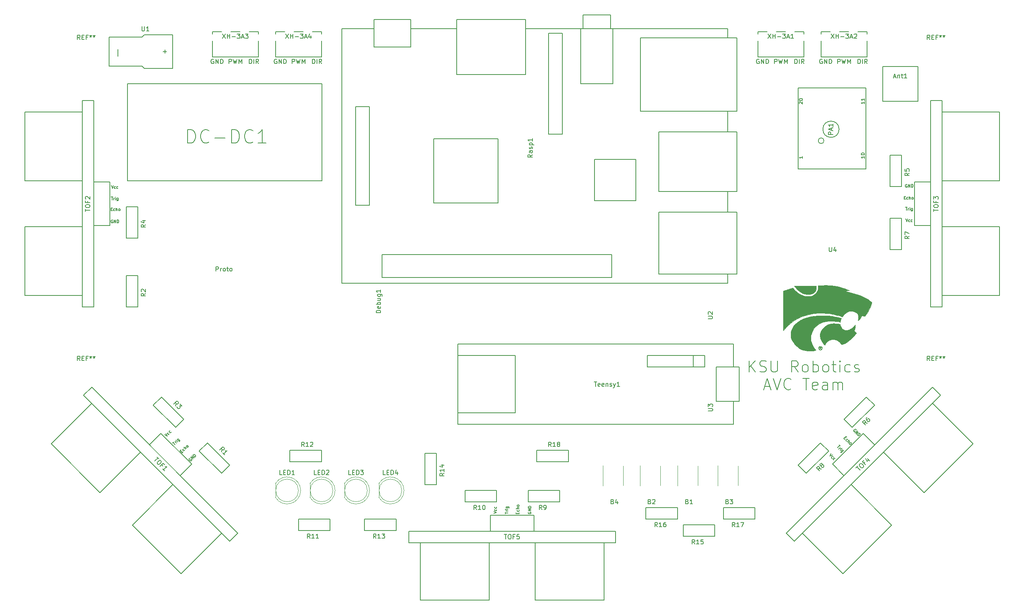
<source format=gbr>
%TF.GenerationSoftware,KiCad,Pcbnew,5.1.5+dfsg1-2build2*%
%TF.CreationDate,2022-02-08T11:10:46-06:00*%
%TF.ProjectId,gpsv1.3,67707376-312e-4332-9e6b-696361645f70,rev?*%
%TF.SameCoordinates,Original*%
%TF.FileFunction,Legend,Top*%
%TF.FilePolarity,Positive*%
%FSLAX46Y46*%
G04 Gerber Fmt 4.6, Leading zero omitted, Abs format (unit mm)*
G04 Created by KiCad (PCBNEW 5.1.5+dfsg1-2build2) date 2022-02-08 11:10:46*
%MOMM*%
%LPD*%
G04 APERTURE LIST*
%ADD10C,0.150000*%
%ADD11C,0.010000*%
%ADD12C,0.120000*%
G04 APERTURE END LIST*
D10*
X197407142Y-117290952D02*
X197407142Y-114790952D01*
X198835714Y-117290952D02*
X197764285Y-115862380D01*
X198835714Y-114790952D02*
X197407142Y-116219523D01*
X199788095Y-117171904D02*
X200145238Y-117290952D01*
X200740476Y-117290952D01*
X200978571Y-117171904D01*
X201097619Y-117052857D01*
X201216666Y-116814761D01*
X201216666Y-116576666D01*
X201097619Y-116338571D01*
X200978571Y-116219523D01*
X200740476Y-116100476D01*
X200264285Y-115981428D01*
X200026190Y-115862380D01*
X199907142Y-115743333D01*
X199788095Y-115505238D01*
X199788095Y-115267142D01*
X199907142Y-115029047D01*
X200026190Y-114910000D01*
X200264285Y-114790952D01*
X200859523Y-114790952D01*
X201216666Y-114910000D01*
X202288095Y-114790952D02*
X202288095Y-116814761D01*
X202407142Y-117052857D01*
X202526190Y-117171904D01*
X202764285Y-117290952D01*
X203240476Y-117290952D01*
X203478571Y-117171904D01*
X203597619Y-117052857D01*
X203716666Y-116814761D01*
X203716666Y-114790952D01*
X208240476Y-117290952D02*
X207407142Y-116100476D01*
X206811904Y-117290952D02*
X206811904Y-114790952D01*
X207764285Y-114790952D01*
X208002380Y-114910000D01*
X208121428Y-115029047D01*
X208240476Y-115267142D01*
X208240476Y-115624285D01*
X208121428Y-115862380D01*
X208002380Y-115981428D01*
X207764285Y-116100476D01*
X206811904Y-116100476D01*
X209669047Y-117290952D02*
X209430952Y-117171904D01*
X209311904Y-117052857D01*
X209192857Y-116814761D01*
X209192857Y-116100476D01*
X209311904Y-115862380D01*
X209430952Y-115743333D01*
X209669047Y-115624285D01*
X210026190Y-115624285D01*
X210264285Y-115743333D01*
X210383333Y-115862380D01*
X210502380Y-116100476D01*
X210502380Y-116814761D01*
X210383333Y-117052857D01*
X210264285Y-117171904D01*
X210026190Y-117290952D01*
X209669047Y-117290952D01*
X211573809Y-117290952D02*
X211573809Y-114790952D01*
X211573809Y-115743333D02*
X211811904Y-115624285D01*
X212288095Y-115624285D01*
X212526190Y-115743333D01*
X212645238Y-115862380D01*
X212764285Y-116100476D01*
X212764285Y-116814761D01*
X212645238Y-117052857D01*
X212526190Y-117171904D01*
X212288095Y-117290952D01*
X211811904Y-117290952D01*
X211573809Y-117171904D01*
X214192857Y-117290952D02*
X213954761Y-117171904D01*
X213835714Y-117052857D01*
X213716666Y-116814761D01*
X213716666Y-116100476D01*
X213835714Y-115862380D01*
X213954761Y-115743333D01*
X214192857Y-115624285D01*
X214550000Y-115624285D01*
X214788095Y-115743333D01*
X214907142Y-115862380D01*
X215026190Y-116100476D01*
X215026190Y-116814761D01*
X214907142Y-117052857D01*
X214788095Y-117171904D01*
X214550000Y-117290952D01*
X214192857Y-117290952D01*
X215740476Y-115624285D02*
X216692857Y-115624285D01*
X216097619Y-114790952D02*
X216097619Y-116933809D01*
X216216666Y-117171904D01*
X216454761Y-117290952D01*
X216692857Y-117290952D01*
X217526190Y-117290952D02*
X217526190Y-115624285D01*
X217526190Y-114790952D02*
X217407142Y-114910000D01*
X217526190Y-115029047D01*
X217645238Y-114910000D01*
X217526190Y-114790952D01*
X217526190Y-115029047D01*
X219788095Y-117171904D02*
X219550000Y-117290952D01*
X219073809Y-117290952D01*
X218835714Y-117171904D01*
X218716666Y-117052857D01*
X218597619Y-116814761D01*
X218597619Y-116100476D01*
X218716666Y-115862380D01*
X218835714Y-115743333D01*
X219073809Y-115624285D01*
X219550000Y-115624285D01*
X219788095Y-115743333D01*
X220740476Y-117171904D02*
X220978571Y-117290952D01*
X221454761Y-117290952D01*
X221692857Y-117171904D01*
X221811904Y-116933809D01*
X221811904Y-116814761D01*
X221692857Y-116576666D01*
X221454761Y-116457619D01*
X221097619Y-116457619D01*
X220859523Y-116338571D01*
X220740476Y-116100476D01*
X220740476Y-115981428D01*
X220859523Y-115743333D01*
X221097619Y-115624285D01*
X221454761Y-115624285D01*
X221692857Y-115743333D01*
X200859523Y-120476666D02*
X202050000Y-120476666D01*
X200621428Y-121190952D02*
X201454761Y-118690952D01*
X202288095Y-121190952D01*
X202764285Y-118690952D02*
X203597619Y-121190952D01*
X204430952Y-118690952D01*
X206692857Y-120952857D02*
X206573809Y-121071904D01*
X206216666Y-121190952D01*
X205978571Y-121190952D01*
X205621428Y-121071904D01*
X205383333Y-120833809D01*
X205264285Y-120595714D01*
X205145238Y-120119523D01*
X205145238Y-119762380D01*
X205264285Y-119286190D01*
X205383333Y-119048095D01*
X205621428Y-118810000D01*
X205978571Y-118690952D01*
X206216666Y-118690952D01*
X206573809Y-118810000D01*
X206692857Y-118929047D01*
X209311904Y-118690952D02*
X210740476Y-118690952D01*
X210026190Y-121190952D02*
X210026190Y-118690952D01*
X212526190Y-121071904D02*
X212288095Y-121190952D01*
X211811904Y-121190952D01*
X211573809Y-121071904D01*
X211454761Y-120833809D01*
X211454761Y-119881428D01*
X211573809Y-119643333D01*
X211811904Y-119524285D01*
X212288095Y-119524285D01*
X212526190Y-119643333D01*
X212645238Y-119881428D01*
X212645238Y-120119523D01*
X211454761Y-120357619D01*
X214788095Y-121190952D02*
X214788095Y-119881428D01*
X214669047Y-119643333D01*
X214430952Y-119524285D01*
X213954761Y-119524285D01*
X213716666Y-119643333D01*
X214788095Y-121071904D02*
X214550000Y-121190952D01*
X213954761Y-121190952D01*
X213716666Y-121071904D01*
X213597619Y-120833809D01*
X213597619Y-120595714D01*
X213716666Y-120357619D01*
X213954761Y-120238571D01*
X214550000Y-120238571D01*
X214788095Y-120119523D01*
X215978571Y-121190952D02*
X215978571Y-119524285D01*
X215978571Y-119762380D02*
X216097619Y-119643333D01*
X216335714Y-119524285D01*
X216692857Y-119524285D01*
X216930952Y-119643333D01*
X217050000Y-119881428D01*
X217050000Y-121190952D01*
X217050000Y-119881428D02*
X217169047Y-119643333D01*
X217407142Y-119524285D01*
X217764285Y-119524285D01*
X218002380Y-119643333D01*
X218121428Y-119881428D01*
X218121428Y-121190952D01*
%TO.C,U1*%
X55900000Y-49550000D02*
X63150000Y-49550000D01*
X55900000Y-43050000D02*
X63150000Y-43050000D01*
X55900000Y-49550000D02*
X55900000Y-43050000D01*
X63650000Y-42550000D02*
X63150000Y-43050000D01*
X63150000Y-49550000D02*
X63650000Y-50050000D01*
X69900000Y-50050000D02*
X63650000Y-50050000D01*
X69900000Y-42550000D02*
X63650000Y-42550000D01*
X69900000Y-46300000D02*
X69900000Y-50050000D01*
X69900000Y-46300000D02*
X69900000Y-42550000D01*
%TO.C,DC-DC1*%
X102997000Y-53403500D02*
X102997000Y-74930000D01*
X102997000Y-74930000D02*
X59944000Y-74930000D01*
X59944000Y-74930000D02*
X59944000Y-53403500D01*
X59944000Y-53403500D02*
X102997000Y-53403500D01*
D11*
%TO.C,G\002A\002A\002A*%
G36*
X214393237Y-104783431D02*
G01*
X215088670Y-104831535D01*
X215771902Y-104913032D01*
X216451035Y-105028924D01*
X217134174Y-105180215D01*
X217254667Y-105210386D01*
X217425392Y-105254184D01*
X217558982Y-105289327D01*
X217659460Y-105317052D01*
X217730853Y-105338598D01*
X217777185Y-105355204D01*
X217802482Y-105368107D01*
X217810768Y-105378546D01*
X217810535Y-105381394D01*
X217802010Y-105407299D01*
X217782423Y-105464869D01*
X217754621Y-105545787D01*
X217721451Y-105641736D01*
X217718863Y-105649203D01*
X217663757Y-105826354D01*
X217630018Y-105977272D01*
X217620617Y-106052658D01*
X217608995Y-106206326D01*
X217437123Y-106168239D01*
X217169825Y-106116432D01*
X216872452Y-106071765D01*
X216556819Y-106035292D01*
X216234744Y-106008063D01*
X215918043Y-105991131D01*
X215618535Y-105985547D01*
X215423750Y-105989014D01*
X214934370Y-106020955D01*
X214476057Y-106080786D01*
X214047642Y-106168955D01*
X213647959Y-106285909D01*
X213275840Y-106432096D01*
X212930118Y-106607962D01*
X212609625Y-106813956D01*
X212313194Y-107050525D01*
X212086802Y-107268115D01*
X211872004Y-107518495D01*
X211673830Y-107802451D01*
X211495662Y-108113349D01*
X211340883Y-108444558D01*
X211212874Y-108789444D01*
X211115017Y-109141373D01*
X211102072Y-109199341D01*
X211080584Y-109337007D01*
X211067254Y-109504599D01*
X211061963Y-109690524D01*
X211064596Y-109883192D01*
X211075036Y-110071011D01*
X211093166Y-110242389D01*
X211113791Y-110363000D01*
X211211780Y-110729395D01*
X211348177Y-111094186D01*
X211519414Y-111450270D01*
X211721923Y-111790541D01*
X211952139Y-112107894D01*
X212047400Y-112222456D01*
X212107185Y-112294822D01*
X212152618Y-112356060D01*
X212178775Y-112399090D01*
X212182110Y-112416120D01*
X212154484Y-112428543D01*
X212096236Y-112447128D01*
X212018013Y-112468596D01*
X211984167Y-112477097D01*
X211544366Y-112563602D01*
X211092634Y-112611580D01*
X210635645Y-112620528D01*
X210312000Y-112602943D01*
X209892712Y-112547000D01*
X209490973Y-112452755D01*
X209107622Y-112320801D01*
X208743498Y-112151731D01*
X208399438Y-111946139D01*
X208076284Y-111704619D01*
X207774872Y-111427764D01*
X207496043Y-111116168D01*
X207240635Y-110770424D01*
X207009488Y-110391125D01*
X206905077Y-110192683D01*
X206840427Y-110061296D01*
X206792515Y-109957191D01*
X206757633Y-109870580D01*
X206732071Y-109791678D01*
X206712121Y-109710697D01*
X206700524Y-109652933D01*
X206679081Y-109500325D01*
X206665305Y-109318684D01*
X206659201Y-109120611D01*
X206660768Y-108918706D01*
X206670010Y-108725570D01*
X206686928Y-108553804D01*
X206700326Y-108468583D01*
X206790111Y-108101289D01*
X206919034Y-107749796D01*
X207086839Y-107414403D01*
X207293270Y-107095408D01*
X207538073Y-106793110D01*
X207820991Y-106507808D01*
X208141770Y-106239800D01*
X208500155Y-105989385D01*
X208895888Y-105756862D01*
X209116084Y-105643250D01*
X209395899Y-105510800D01*
X209665037Y-105395951D01*
X209932026Y-105296013D01*
X210205395Y-105208297D01*
X210493674Y-105130114D01*
X210805391Y-105058774D01*
X211149077Y-104991590D01*
X211227660Y-104977482D01*
X211651492Y-104908038D01*
X212056900Y-104853788D01*
X212456109Y-104813684D01*
X212861345Y-104786682D01*
X213284834Y-104771733D01*
X213677500Y-104767717D01*
X214393237Y-104783431D01*
G37*
X214393237Y-104783431D02*
X215088670Y-104831535D01*
X215771902Y-104913032D01*
X216451035Y-105028924D01*
X217134174Y-105180215D01*
X217254667Y-105210386D01*
X217425392Y-105254184D01*
X217558982Y-105289327D01*
X217659460Y-105317052D01*
X217730853Y-105338598D01*
X217777185Y-105355204D01*
X217802482Y-105368107D01*
X217810768Y-105378546D01*
X217810535Y-105381394D01*
X217802010Y-105407299D01*
X217782423Y-105464869D01*
X217754621Y-105545787D01*
X217721451Y-105641736D01*
X217718863Y-105649203D01*
X217663757Y-105826354D01*
X217630018Y-105977272D01*
X217620617Y-106052658D01*
X217608995Y-106206326D01*
X217437123Y-106168239D01*
X217169825Y-106116432D01*
X216872452Y-106071765D01*
X216556819Y-106035292D01*
X216234744Y-106008063D01*
X215918043Y-105991131D01*
X215618535Y-105985547D01*
X215423750Y-105989014D01*
X214934370Y-106020955D01*
X214476057Y-106080786D01*
X214047642Y-106168955D01*
X213647959Y-106285909D01*
X213275840Y-106432096D01*
X212930118Y-106607962D01*
X212609625Y-106813956D01*
X212313194Y-107050525D01*
X212086802Y-107268115D01*
X211872004Y-107518495D01*
X211673830Y-107802451D01*
X211495662Y-108113349D01*
X211340883Y-108444558D01*
X211212874Y-108789444D01*
X211115017Y-109141373D01*
X211102072Y-109199341D01*
X211080584Y-109337007D01*
X211067254Y-109504599D01*
X211061963Y-109690524D01*
X211064596Y-109883192D01*
X211075036Y-110071011D01*
X211093166Y-110242389D01*
X211113791Y-110363000D01*
X211211780Y-110729395D01*
X211348177Y-111094186D01*
X211519414Y-111450270D01*
X211721923Y-111790541D01*
X211952139Y-112107894D01*
X212047400Y-112222456D01*
X212107185Y-112294822D01*
X212152618Y-112356060D01*
X212178775Y-112399090D01*
X212182110Y-112416120D01*
X212154484Y-112428543D01*
X212096236Y-112447128D01*
X212018013Y-112468596D01*
X211984167Y-112477097D01*
X211544366Y-112563602D01*
X211092634Y-112611580D01*
X210635645Y-112620528D01*
X210312000Y-112602943D01*
X209892712Y-112547000D01*
X209490973Y-112452755D01*
X209107622Y-112320801D01*
X208743498Y-112151731D01*
X208399438Y-111946139D01*
X208076284Y-111704619D01*
X207774872Y-111427764D01*
X207496043Y-111116168D01*
X207240635Y-110770424D01*
X207009488Y-110391125D01*
X206905077Y-110192683D01*
X206840427Y-110061296D01*
X206792515Y-109957191D01*
X206757633Y-109870580D01*
X206732071Y-109791678D01*
X206712121Y-109710697D01*
X206700524Y-109652933D01*
X206679081Y-109500325D01*
X206665305Y-109318684D01*
X206659201Y-109120611D01*
X206660768Y-108918706D01*
X206670010Y-108725570D01*
X206686928Y-108553804D01*
X206700326Y-108468583D01*
X206790111Y-108101289D01*
X206919034Y-107749796D01*
X207086839Y-107414403D01*
X207293270Y-107095408D01*
X207538073Y-106793110D01*
X207820991Y-106507808D01*
X208141770Y-106239800D01*
X208500155Y-105989385D01*
X208895888Y-105756862D01*
X209116084Y-105643250D01*
X209395899Y-105510800D01*
X209665037Y-105395951D01*
X209932026Y-105296013D01*
X210205395Y-105208297D01*
X210493674Y-105130114D01*
X210805391Y-105058774D01*
X211149077Y-104991590D01*
X211227660Y-104977482D01*
X211651492Y-104908038D01*
X212056900Y-104853788D01*
X212456109Y-104813684D01*
X212861345Y-104786682D01*
X213284834Y-104771733D01*
X213677500Y-104767717D01*
X214393237Y-104783431D01*
G36*
X213312444Y-111567708D02*
G01*
X213341540Y-111578428D01*
X213419064Y-111625637D01*
X213494226Y-111695106D01*
X213552215Y-111771912D01*
X213570369Y-111809002D01*
X213583957Y-111866636D01*
X213591945Y-111942256D01*
X213592834Y-111973887D01*
X213573214Y-112102830D01*
X213517271Y-112214447D01*
X213429376Y-112303072D01*
X213313901Y-112363039D01*
X213285917Y-112371636D01*
X213224597Y-112387109D01*
X213181508Y-112391235D01*
X213134213Y-112384420D01*
X213093949Y-112375122D01*
X212975152Y-112327184D01*
X212881079Y-112250642D01*
X212814154Y-112152839D01*
X212776800Y-112041117D01*
X212771440Y-111922818D01*
X212772053Y-111920338D01*
X212840022Y-111920338D01*
X212842528Y-112024040D01*
X212875521Y-112121408D01*
X212935954Y-112205376D01*
X213020777Y-112268877D01*
X213126939Y-112304846D01*
X213192498Y-112310333D01*
X213298859Y-112293792D01*
X213360215Y-112262708D01*
X213450677Y-112183494D01*
X213504140Y-112091040D01*
X213524040Y-111998142D01*
X213517143Y-111882202D01*
X213477359Y-111783172D01*
X213411592Y-111704307D01*
X213326745Y-111648861D01*
X213229725Y-111620089D01*
X213127434Y-111621247D01*
X213026777Y-111655588D01*
X212938677Y-111722198D01*
X212871056Y-111817368D01*
X212840022Y-111920338D01*
X212772053Y-111920338D01*
X212800497Y-111805284D01*
X212866394Y-111695856D01*
X212868818Y-111692950D01*
X212959907Y-111615512D01*
X213072227Y-111566882D01*
X213193749Y-111549977D01*
X213312444Y-111567708D01*
G37*
X213312444Y-111567708D02*
X213341540Y-111578428D01*
X213419064Y-111625637D01*
X213494226Y-111695106D01*
X213552215Y-111771912D01*
X213570369Y-111809002D01*
X213583957Y-111866636D01*
X213591945Y-111942256D01*
X213592834Y-111973887D01*
X213573214Y-112102830D01*
X213517271Y-112214447D01*
X213429376Y-112303072D01*
X213313901Y-112363039D01*
X213285917Y-112371636D01*
X213224597Y-112387109D01*
X213181508Y-112391235D01*
X213134213Y-112384420D01*
X213093949Y-112375122D01*
X212975152Y-112327184D01*
X212881079Y-112250642D01*
X212814154Y-112152839D01*
X212776800Y-112041117D01*
X212771440Y-111922818D01*
X212772053Y-111920338D01*
X212840022Y-111920338D01*
X212842528Y-112024040D01*
X212875521Y-112121408D01*
X212935954Y-112205376D01*
X213020777Y-112268877D01*
X213126939Y-112304846D01*
X213192498Y-112310333D01*
X213298859Y-112293792D01*
X213360215Y-112262708D01*
X213450677Y-112183494D01*
X213504140Y-112091040D01*
X213524040Y-111998142D01*
X213517143Y-111882202D01*
X213477359Y-111783172D01*
X213411592Y-111704307D01*
X213326745Y-111648861D01*
X213229725Y-111620089D01*
X213127434Y-111621247D01*
X213026777Y-111655588D01*
X212938677Y-111722198D01*
X212871056Y-111817368D01*
X212840022Y-111920338D01*
X212772053Y-111920338D01*
X212800497Y-111805284D01*
X212866394Y-111695856D01*
X212868818Y-111692950D01*
X212959907Y-111615512D01*
X213072227Y-111566882D01*
X213193749Y-111549977D01*
X213312444Y-111567708D01*
G36*
X216492982Y-106541162D02*
G01*
X216640614Y-106549733D01*
X216772368Y-106561287D01*
X216916422Y-106576779D01*
X217063812Y-106594962D01*
X217205574Y-106614590D01*
X217332744Y-106634417D01*
X217436360Y-106653195D01*
X217507457Y-106669678D01*
X217511349Y-106670824D01*
X217538571Y-106698103D01*
X217558058Y-106752981D01*
X217559372Y-106759973D01*
X217582691Y-106852306D01*
X217623003Y-106968777D01*
X217675307Y-107097352D01*
X217734600Y-107225997D01*
X217795880Y-107342679D01*
X217815560Y-107376300D01*
X217958816Y-107579875D01*
X218120707Y-107748579D01*
X218299101Y-107880529D01*
X218491863Y-107973843D01*
X218492917Y-107974230D01*
X218604476Y-108002801D01*
X218743127Y-108019780D01*
X218895190Y-108024969D01*
X219046986Y-108018172D01*
X219184835Y-107999191D01*
X219244334Y-107985048D01*
X219343416Y-107958498D01*
X219451627Y-107931723D01*
X219515441Y-107917145D01*
X219658526Y-107873306D01*
X219817958Y-107802222D01*
X219982938Y-107709132D01*
X220087749Y-107639507D01*
X220184973Y-107563341D01*
X220298425Y-107462736D01*
X220418784Y-107347007D01*
X220536729Y-107225467D01*
X220642938Y-107107432D01*
X220728091Y-107002216D01*
X220735492Y-106992208D01*
X220785120Y-106926814D01*
X220826227Y-106877154D01*
X220852015Y-106851281D01*
X220856088Y-106849333D01*
X220873735Y-106868593D01*
X220891072Y-106918867D01*
X220905546Y-106988894D01*
X220914605Y-107067415D01*
X220916382Y-107115320D01*
X220906011Y-107259438D01*
X220876598Y-107428055D01*
X220831121Y-107609512D01*
X220772555Y-107792152D01*
X220703876Y-107964315D01*
X220694207Y-107985653D01*
X220624204Y-108137723D01*
X220780928Y-108257764D01*
X220909913Y-108365292D01*
X221006488Y-108467133D01*
X221078203Y-108571576D01*
X221094856Y-108602413D01*
X221115463Y-108647058D01*
X221117331Y-108678941D01*
X221097736Y-108715401D01*
X221071582Y-108750579D01*
X220969042Y-108878474D01*
X220840447Y-109028142D01*
X220691662Y-109193549D01*
X220528554Y-109368665D01*
X220356989Y-109547458D01*
X220182835Y-109723896D01*
X220011957Y-109891946D01*
X219850222Y-110045577D01*
X219703497Y-110178757D01*
X219583000Y-110281128D01*
X219353821Y-110461383D01*
X219143427Y-110614575D01*
X218943489Y-110746152D01*
X218745682Y-110861565D01*
X218541680Y-110966262D01*
X218521170Y-110976090D01*
X218415301Y-111023142D01*
X218298141Y-111069691D01*
X218179081Y-111112575D01*
X218067513Y-111148636D01*
X217972829Y-111174715D01*
X217904420Y-111187651D01*
X217889767Y-111188500D01*
X217859747Y-111171249D01*
X217811900Y-111122617D01*
X217750572Y-111047285D01*
X217717821Y-111003291D01*
X217563147Y-110810595D01*
X217387482Y-110626676D01*
X217202181Y-110462584D01*
X217039189Y-110342720D01*
X216790909Y-110201703D01*
X216538280Y-110102741D01*
X216281684Y-110045819D01*
X216021506Y-110030923D01*
X215758126Y-110058039D01*
X215491929Y-110127154D01*
X215223297Y-110238253D01*
X214952613Y-110391323D01*
X214908367Y-110420221D01*
X214701076Y-110572990D01*
X214523995Y-110734379D01*
X214380249Y-110900865D01*
X214272960Y-111068926D01*
X214215707Y-111201456D01*
X214168917Y-111340494D01*
X213995692Y-111142788D01*
X213789835Y-110887556D01*
X213605722Y-110618293D01*
X213446770Y-110341482D01*
X213316395Y-110063603D01*
X213218016Y-109791139D01*
X213159988Y-109557677D01*
X213138134Y-109394184D01*
X213128375Y-109208962D01*
X213130553Y-109017808D01*
X213144511Y-108836519D01*
X213168694Y-108687106D01*
X213245603Y-108422231D01*
X213357598Y-108168045D01*
X213506553Y-107921382D01*
X213694340Y-107679075D01*
X213886870Y-107473202D01*
X214027721Y-107340991D01*
X214180694Y-107210409D01*
X214336505Y-107088629D01*
X214485869Y-106982819D01*
X214619502Y-106900151D01*
X214651040Y-106883063D01*
X214901738Y-106771275D01*
X215183591Y-106679962D01*
X215490119Y-106610209D01*
X215814846Y-106563101D01*
X216151293Y-106539723D01*
X216492982Y-106541162D01*
G37*
X216492982Y-106541162D02*
X216640614Y-106549733D01*
X216772368Y-106561287D01*
X216916422Y-106576779D01*
X217063812Y-106594962D01*
X217205574Y-106614590D01*
X217332744Y-106634417D01*
X217436360Y-106653195D01*
X217507457Y-106669678D01*
X217511349Y-106670824D01*
X217538571Y-106698103D01*
X217558058Y-106752981D01*
X217559372Y-106759973D01*
X217582691Y-106852306D01*
X217623003Y-106968777D01*
X217675307Y-107097352D01*
X217734600Y-107225997D01*
X217795880Y-107342679D01*
X217815560Y-107376300D01*
X217958816Y-107579875D01*
X218120707Y-107748579D01*
X218299101Y-107880529D01*
X218491863Y-107973843D01*
X218492917Y-107974230D01*
X218604476Y-108002801D01*
X218743127Y-108019780D01*
X218895190Y-108024969D01*
X219046986Y-108018172D01*
X219184835Y-107999191D01*
X219244334Y-107985048D01*
X219343416Y-107958498D01*
X219451627Y-107931723D01*
X219515441Y-107917145D01*
X219658526Y-107873306D01*
X219817958Y-107802222D01*
X219982938Y-107709132D01*
X220087749Y-107639507D01*
X220184973Y-107563341D01*
X220298425Y-107462736D01*
X220418784Y-107347007D01*
X220536729Y-107225467D01*
X220642938Y-107107432D01*
X220728091Y-107002216D01*
X220735492Y-106992208D01*
X220785120Y-106926814D01*
X220826227Y-106877154D01*
X220852015Y-106851281D01*
X220856088Y-106849333D01*
X220873735Y-106868593D01*
X220891072Y-106918867D01*
X220905546Y-106988894D01*
X220914605Y-107067415D01*
X220916382Y-107115320D01*
X220906011Y-107259438D01*
X220876598Y-107428055D01*
X220831121Y-107609512D01*
X220772555Y-107792152D01*
X220703876Y-107964315D01*
X220694207Y-107985653D01*
X220624204Y-108137723D01*
X220780928Y-108257764D01*
X220909913Y-108365292D01*
X221006488Y-108467133D01*
X221078203Y-108571576D01*
X221094856Y-108602413D01*
X221115463Y-108647058D01*
X221117331Y-108678941D01*
X221097736Y-108715401D01*
X221071582Y-108750579D01*
X220969042Y-108878474D01*
X220840447Y-109028142D01*
X220691662Y-109193549D01*
X220528554Y-109368665D01*
X220356989Y-109547458D01*
X220182835Y-109723896D01*
X220011957Y-109891946D01*
X219850222Y-110045577D01*
X219703497Y-110178757D01*
X219583000Y-110281128D01*
X219353821Y-110461383D01*
X219143427Y-110614575D01*
X218943489Y-110746152D01*
X218745682Y-110861565D01*
X218541680Y-110966262D01*
X218521170Y-110976090D01*
X218415301Y-111023142D01*
X218298141Y-111069691D01*
X218179081Y-111112575D01*
X218067513Y-111148636D01*
X217972829Y-111174715D01*
X217904420Y-111187651D01*
X217889767Y-111188500D01*
X217859747Y-111171249D01*
X217811900Y-111122617D01*
X217750572Y-111047285D01*
X217717821Y-111003291D01*
X217563147Y-110810595D01*
X217387482Y-110626676D01*
X217202181Y-110462584D01*
X217039189Y-110342720D01*
X216790909Y-110201703D01*
X216538280Y-110102741D01*
X216281684Y-110045819D01*
X216021506Y-110030923D01*
X215758126Y-110058039D01*
X215491929Y-110127154D01*
X215223297Y-110238253D01*
X214952613Y-110391323D01*
X214908367Y-110420221D01*
X214701076Y-110572990D01*
X214523995Y-110734379D01*
X214380249Y-110900865D01*
X214272960Y-111068926D01*
X214215707Y-111201456D01*
X214168917Y-111340494D01*
X213995692Y-111142788D01*
X213789835Y-110887556D01*
X213605722Y-110618293D01*
X213446770Y-110341482D01*
X213316395Y-110063603D01*
X213218016Y-109791139D01*
X213159988Y-109557677D01*
X213138134Y-109394184D01*
X213128375Y-109208962D01*
X213130553Y-109017808D01*
X213144511Y-108836519D01*
X213168694Y-108687106D01*
X213245603Y-108422231D01*
X213357598Y-108168045D01*
X213506553Y-107921382D01*
X213694340Y-107679075D01*
X213886870Y-107473202D01*
X214027721Y-107340991D01*
X214180694Y-107210409D01*
X214336505Y-107088629D01*
X214485869Y-106982819D01*
X214619502Y-106900151D01*
X214651040Y-106883063D01*
X214901738Y-106771275D01*
X215183591Y-106679962D01*
X215490119Y-106610209D01*
X215814846Y-106563101D01*
X216151293Y-106539723D01*
X216492982Y-106541162D01*
G36*
X214616154Y-98071548D02*
G01*
X214843459Y-98078001D01*
X214979250Y-98084404D01*
X215645461Y-98135126D01*
X216281449Y-98211273D01*
X216891598Y-98313888D01*
X217480290Y-98444012D01*
X218051908Y-98602688D01*
X218610837Y-98790958D01*
X219161459Y-99009865D01*
X219492342Y-99157591D01*
X219558167Y-99189832D01*
X219605589Y-99216201D01*
X219624607Y-99231124D01*
X219624634Y-99231326D01*
X219604775Y-99235913D01*
X219549040Y-99241253D01*
X219463868Y-99246922D01*
X219355700Y-99252500D01*
X219230977Y-99257562D01*
X219217875Y-99258023D01*
X218980427Y-99266494D01*
X218782977Y-99274119D01*
X218623204Y-99281058D01*
X218498786Y-99287470D01*
X218407399Y-99293517D01*
X218346721Y-99299358D01*
X218314430Y-99305153D01*
X218308204Y-99311063D01*
X218325720Y-99317248D01*
X218334167Y-99318976D01*
X219039115Y-99461636D01*
X219705147Y-99615196D01*
X220334441Y-99780387D01*
X220929175Y-99957941D01*
X221491528Y-100148589D01*
X222023676Y-100353063D01*
X222527798Y-100572095D01*
X223006073Y-100806417D01*
X223396342Y-101019553D01*
X223529710Y-101098586D01*
X223673315Y-101188099D01*
X223821599Y-101284218D01*
X223969006Y-101383068D01*
X224109978Y-101480772D01*
X224238958Y-101573455D01*
X224350389Y-101657243D01*
X224438712Y-101728260D01*
X224498372Y-101782630D01*
X224511747Y-101797364D01*
X224520729Y-101835792D01*
X224516230Y-101909018D01*
X224499330Y-102012087D01*
X224471110Y-102140048D01*
X224432649Y-102287948D01*
X224385029Y-102450833D01*
X224335477Y-102605416D01*
X224175442Y-103036337D01*
X223986489Y-103454077D01*
X223764709Y-103866490D01*
X223506194Y-104281433D01*
X223487588Y-104309333D01*
X223393025Y-104447546D01*
X223301194Y-104576157D01*
X223215517Y-104690821D01*
X223139422Y-104787194D01*
X223076331Y-104860932D01*
X223029671Y-104907691D01*
X223003633Y-104923166D01*
X222972966Y-104918667D01*
X222909645Y-104906346D01*
X222822254Y-104887965D01*
X222719374Y-104865287D01*
X222694500Y-104859666D01*
X222589849Y-104836302D01*
X222499292Y-104816824D01*
X222431212Y-104802980D01*
X222393994Y-104796520D01*
X222390606Y-104796263D01*
X222371531Y-104814043D01*
X222339116Y-104861983D01*
X222298407Y-104932109D01*
X222266695Y-104992055D01*
X222148148Y-105208604D01*
X222028910Y-105395328D01*
X221911029Y-105549700D01*
X221796557Y-105669194D01*
X221687543Y-105751283D01*
X221626502Y-105781190D01*
X221568083Y-105800416D01*
X221527329Y-105808118D01*
X221517364Y-105806252D01*
X221516930Y-105781712D01*
X221526108Y-105726556D01*
X221543066Y-105650923D01*
X221551412Y-105617988D01*
X221596314Y-105388181D01*
X221613174Y-105156432D01*
X221602501Y-104931152D01*
X221564805Y-104720752D01*
X221500595Y-104533642D01*
X221483568Y-104497650D01*
X221398318Y-104356566D01*
X221290513Y-104232587D01*
X221156629Y-104123478D01*
X220993140Y-104027000D01*
X220796522Y-103940918D01*
X220563251Y-103862993D01*
X220421794Y-103823776D01*
X220296912Y-103791412D01*
X220203608Y-103768632D01*
X220132504Y-103754300D01*
X220074223Y-103747281D01*
X220019390Y-103746440D01*
X219958628Y-103750641D01*
X219883668Y-103758627D01*
X219608609Y-103810242D01*
X219336187Y-103902763D01*
X219069857Y-104034768D01*
X218831656Y-104190992D01*
X218694736Y-104301609D01*
X218547055Y-104437200D01*
X218399749Y-104586506D01*
X218263953Y-104738271D01*
X218156200Y-104873858D01*
X218031151Y-105043889D01*
X217873478Y-104983175D01*
X217676647Y-104912522D01*
X217445424Y-104838275D01*
X217187382Y-104762408D01*
X216910095Y-104686891D01*
X216621135Y-104613697D01*
X216328076Y-104544799D01*
X216038492Y-104482169D01*
X215759956Y-104427778D01*
X215697384Y-104416487D01*
X215082686Y-104322269D01*
X214458040Y-104255205D01*
X213831289Y-104215578D01*
X213210279Y-104203668D01*
X212602853Y-104219759D01*
X212016854Y-104264132D01*
X211878334Y-104279246D01*
X211215565Y-104376210D01*
X210568596Y-104511334D01*
X209938511Y-104684204D01*
X209326401Y-104894407D01*
X208733351Y-105141530D01*
X208160449Y-105425160D01*
X207608784Y-105744884D01*
X207079442Y-106100287D01*
X207073500Y-106104572D01*
X206577986Y-106486097D01*
X206104309Y-106900072D01*
X205649730Y-107349045D01*
X205213194Y-107833583D01*
X205141073Y-107918147D01*
X205078018Y-107991892D01*
X205029472Y-108048464D01*
X205000881Y-108081511D01*
X204996430Y-108086525D01*
X204994546Y-108067738D01*
X204992725Y-108008375D01*
X204990975Y-107910194D01*
X204989303Y-107774950D01*
X204987716Y-107604402D01*
X204986222Y-107400307D01*
X204984828Y-107164421D01*
X204983542Y-106898503D01*
X204982371Y-106604308D01*
X204981322Y-106283595D01*
X204980404Y-105938120D01*
X204979622Y-105569640D01*
X204978985Y-105179914D01*
X204978500Y-104770697D01*
X204978174Y-104343748D01*
X204978015Y-103900823D01*
X204978000Y-103712897D01*
X204978000Y-99319161D01*
X205099709Y-99274987D01*
X205145108Y-99259179D01*
X205225979Y-99231741D01*
X205337574Y-99194256D01*
X205475148Y-99148307D01*
X205633952Y-99095478D01*
X205809241Y-99037351D01*
X205996266Y-98975509D01*
X206131584Y-98930872D01*
X206319504Y-98868922D01*
X206495282Y-98810932D01*
X206654790Y-98758269D01*
X206793897Y-98712297D01*
X206908474Y-98674382D01*
X206994391Y-98645889D01*
X207047519Y-98628184D01*
X207063623Y-98622710D01*
X207084850Y-98634893D01*
X207125885Y-98674196D01*
X207180589Y-98734292D01*
X207235849Y-98800203D01*
X207439845Y-99032820D01*
X207674643Y-99267206D01*
X207930077Y-99494457D01*
X208195982Y-99705670D01*
X208462196Y-99891939D01*
X208534844Y-99938064D01*
X208845717Y-100111722D01*
X209166926Y-100255038D01*
X209494579Y-100367651D01*
X209824784Y-100449195D01*
X210153648Y-100499307D01*
X210477279Y-100517623D01*
X210791785Y-100503779D01*
X211093273Y-100457412D01*
X211377851Y-100378157D01*
X211641627Y-100265651D01*
X211700764Y-100234020D01*
X211942294Y-100076500D01*
X212151824Y-99891712D01*
X212328715Y-99680825D01*
X212472323Y-99445009D01*
X212582008Y-99185435D01*
X212657130Y-98903272D01*
X212697046Y-98599692D01*
X212703834Y-98403464D01*
X212703834Y-98154640D01*
X212793792Y-98141684D01*
X212952164Y-98122908D01*
X213145329Y-98106600D01*
X213365809Y-98092955D01*
X213606123Y-98082170D01*
X213858794Y-98074441D01*
X214116343Y-98069964D01*
X214371289Y-98068934D01*
X214616154Y-98071548D01*
G37*
X214616154Y-98071548D02*
X214843459Y-98078001D01*
X214979250Y-98084404D01*
X215645461Y-98135126D01*
X216281449Y-98211273D01*
X216891598Y-98313888D01*
X217480290Y-98444012D01*
X218051908Y-98602688D01*
X218610837Y-98790958D01*
X219161459Y-99009865D01*
X219492342Y-99157591D01*
X219558167Y-99189832D01*
X219605589Y-99216201D01*
X219624607Y-99231124D01*
X219624634Y-99231326D01*
X219604775Y-99235913D01*
X219549040Y-99241253D01*
X219463868Y-99246922D01*
X219355700Y-99252500D01*
X219230977Y-99257562D01*
X219217875Y-99258023D01*
X218980427Y-99266494D01*
X218782977Y-99274119D01*
X218623204Y-99281058D01*
X218498786Y-99287470D01*
X218407399Y-99293517D01*
X218346721Y-99299358D01*
X218314430Y-99305153D01*
X218308204Y-99311063D01*
X218325720Y-99317248D01*
X218334167Y-99318976D01*
X219039115Y-99461636D01*
X219705147Y-99615196D01*
X220334441Y-99780387D01*
X220929175Y-99957941D01*
X221491528Y-100148589D01*
X222023676Y-100353063D01*
X222527798Y-100572095D01*
X223006073Y-100806417D01*
X223396342Y-101019553D01*
X223529710Y-101098586D01*
X223673315Y-101188099D01*
X223821599Y-101284218D01*
X223969006Y-101383068D01*
X224109978Y-101480772D01*
X224238958Y-101573455D01*
X224350389Y-101657243D01*
X224438712Y-101728260D01*
X224498372Y-101782630D01*
X224511747Y-101797364D01*
X224520729Y-101835792D01*
X224516230Y-101909018D01*
X224499330Y-102012087D01*
X224471110Y-102140048D01*
X224432649Y-102287948D01*
X224385029Y-102450833D01*
X224335477Y-102605416D01*
X224175442Y-103036337D01*
X223986489Y-103454077D01*
X223764709Y-103866490D01*
X223506194Y-104281433D01*
X223487588Y-104309333D01*
X223393025Y-104447546D01*
X223301194Y-104576157D01*
X223215517Y-104690821D01*
X223139422Y-104787194D01*
X223076331Y-104860932D01*
X223029671Y-104907691D01*
X223003633Y-104923166D01*
X222972966Y-104918667D01*
X222909645Y-104906346D01*
X222822254Y-104887965D01*
X222719374Y-104865287D01*
X222694500Y-104859666D01*
X222589849Y-104836302D01*
X222499292Y-104816824D01*
X222431212Y-104802980D01*
X222393994Y-104796520D01*
X222390606Y-104796263D01*
X222371531Y-104814043D01*
X222339116Y-104861983D01*
X222298407Y-104932109D01*
X222266695Y-104992055D01*
X222148148Y-105208604D01*
X222028910Y-105395328D01*
X221911029Y-105549700D01*
X221796557Y-105669194D01*
X221687543Y-105751283D01*
X221626502Y-105781190D01*
X221568083Y-105800416D01*
X221527329Y-105808118D01*
X221517364Y-105806252D01*
X221516930Y-105781712D01*
X221526108Y-105726556D01*
X221543066Y-105650923D01*
X221551412Y-105617988D01*
X221596314Y-105388181D01*
X221613174Y-105156432D01*
X221602501Y-104931152D01*
X221564805Y-104720752D01*
X221500595Y-104533642D01*
X221483568Y-104497650D01*
X221398318Y-104356566D01*
X221290513Y-104232587D01*
X221156629Y-104123478D01*
X220993140Y-104027000D01*
X220796522Y-103940918D01*
X220563251Y-103862993D01*
X220421794Y-103823776D01*
X220296912Y-103791412D01*
X220203608Y-103768632D01*
X220132504Y-103754300D01*
X220074223Y-103747281D01*
X220019390Y-103746440D01*
X219958628Y-103750641D01*
X219883668Y-103758627D01*
X219608609Y-103810242D01*
X219336187Y-103902763D01*
X219069857Y-104034768D01*
X218831656Y-104190992D01*
X218694736Y-104301609D01*
X218547055Y-104437200D01*
X218399749Y-104586506D01*
X218263953Y-104738271D01*
X218156200Y-104873858D01*
X218031151Y-105043889D01*
X217873478Y-104983175D01*
X217676647Y-104912522D01*
X217445424Y-104838275D01*
X217187382Y-104762408D01*
X216910095Y-104686891D01*
X216621135Y-104613697D01*
X216328076Y-104544799D01*
X216038492Y-104482169D01*
X215759956Y-104427778D01*
X215697384Y-104416487D01*
X215082686Y-104322269D01*
X214458040Y-104255205D01*
X213831289Y-104215578D01*
X213210279Y-104203668D01*
X212602853Y-104219759D01*
X212016854Y-104264132D01*
X211878334Y-104279246D01*
X211215565Y-104376210D01*
X210568596Y-104511334D01*
X209938511Y-104684204D01*
X209326401Y-104894407D01*
X208733351Y-105141530D01*
X208160449Y-105425160D01*
X207608784Y-105744884D01*
X207079442Y-106100287D01*
X207073500Y-106104572D01*
X206577986Y-106486097D01*
X206104309Y-106900072D01*
X205649730Y-107349045D01*
X205213194Y-107833583D01*
X205141073Y-107918147D01*
X205078018Y-107991892D01*
X205029472Y-108048464D01*
X205000881Y-108081511D01*
X204996430Y-108086525D01*
X204994546Y-108067738D01*
X204992725Y-108008375D01*
X204990975Y-107910194D01*
X204989303Y-107774950D01*
X204987716Y-107604402D01*
X204986222Y-107400307D01*
X204984828Y-107164421D01*
X204983542Y-106898503D01*
X204982371Y-106604308D01*
X204981322Y-106283595D01*
X204980404Y-105938120D01*
X204979622Y-105569640D01*
X204978985Y-105179914D01*
X204978500Y-104770697D01*
X204978174Y-104343748D01*
X204978015Y-103900823D01*
X204978000Y-103712897D01*
X204978000Y-99319161D01*
X205099709Y-99274987D01*
X205145108Y-99259179D01*
X205225979Y-99231741D01*
X205337574Y-99194256D01*
X205475148Y-99148307D01*
X205633952Y-99095478D01*
X205809241Y-99037351D01*
X205996266Y-98975509D01*
X206131584Y-98930872D01*
X206319504Y-98868922D01*
X206495282Y-98810932D01*
X206654790Y-98758269D01*
X206793897Y-98712297D01*
X206908474Y-98674382D01*
X206994391Y-98645889D01*
X207047519Y-98628184D01*
X207063623Y-98622710D01*
X207084850Y-98634893D01*
X207125885Y-98674196D01*
X207180589Y-98734292D01*
X207235849Y-98800203D01*
X207439845Y-99032820D01*
X207674643Y-99267206D01*
X207930077Y-99494457D01*
X208195982Y-99705670D01*
X208462196Y-99891939D01*
X208534844Y-99938064D01*
X208845717Y-100111722D01*
X209166926Y-100255038D01*
X209494579Y-100367651D01*
X209824784Y-100449195D01*
X210153648Y-100499307D01*
X210477279Y-100517623D01*
X210791785Y-100503779D01*
X211093273Y-100457412D01*
X211377851Y-100378157D01*
X211641627Y-100265651D01*
X211700764Y-100234020D01*
X211942294Y-100076500D01*
X212151824Y-99891712D01*
X212328715Y-99680825D01*
X212472323Y-99445009D01*
X212582008Y-99185435D01*
X212657130Y-98903272D01*
X212697046Y-98599692D01*
X212703834Y-98403464D01*
X212703834Y-98154640D01*
X212793792Y-98141684D01*
X212952164Y-98122908D01*
X213145329Y-98106600D01*
X213365809Y-98092955D01*
X213606123Y-98082170D01*
X213858794Y-98074441D01*
X214116343Y-98069964D01*
X214371289Y-98068934D01*
X214616154Y-98071548D01*
G36*
X207873091Y-98184170D02*
G01*
X208066805Y-98184347D01*
X208286983Y-98184648D01*
X208530981Y-98185071D01*
X208796155Y-98185612D01*
X209079858Y-98186268D01*
X209379448Y-98187035D01*
X209692278Y-98187910D01*
X209851625Y-98188383D01*
X212301667Y-98195800D01*
X212301582Y-98379192D01*
X212297613Y-98492521D01*
X212287223Y-98621528D01*
X212272551Y-98740430D01*
X212270557Y-98753083D01*
X212222496Y-98980833D01*
X212155363Y-99177812D01*
X212064823Y-99352938D01*
X211946539Y-99515126D01*
X211847357Y-99623269D01*
X211755597Y-99711854D01*
X211676292Y-99777298D01*
X211595689Y-99829707D01*
X211500036Y-99879187D01*
X211497334Y-99880474D01*
X211388090Y-99930375D01*
X211291009Y-99968809D01*
X211197633Y-99997342D01*
X211099506Y-100017540D01*
X210988169Y-100030967D01*
X210855166Y-100039190D01*
X210692040Y-100043774D01*
X210608334Y-100045045D01*
X210472896Y-100046304D01*
X210348316Y-100046604D01*
X210242131Y-100045993D01*
X210161879Y-100044522D01*
X210115098Y-100042240D01*
X210110917Y-100041761D01*
X209754848Y-99972998D01*
X209411813Y-99866688D01*
X209080072Y-99721936D01*
X208757882Y-99537851D01*
X208443501Y-99313541D01*
X208135187Y-99048113D01*
X208092180Y-99007402D01*
X208019286Y-98934786D01*
X207936043Y-98847187D01*
X207846580Y-98749471D01*
X207755030Y-98646501D01*
X207665522Y-98543143D01*
X207582189Y-98444261D01*
X207509161Y-98354721D01*
X207450569Y-98279387D01*
X207410545Y-98223124D01*
X207393218Y-98190796D01*
X207394059Y-98185272D01*
X207415778Y-98184775D01*
X207477186Y-98184420D01*
X207575637Y-98184203D01*
X207708487Y-98184121D01*
X207873091Y-98184170D01*
G37*
X207873091Y-98184170D02*
X208066805Y-98184347D01*
X208286983Y-98184648D01*
X208530981Y-98185071D01*
X208796155Y-98185612D01*
X209079858Y-98186268D01*
X209379448Y-98187035D01*
X209692278Y-98187910D01*
X209851625Y-98188383D01*
X212301667Y-98195800D01*
X212301582Y-98379192D01*
X212297613Y-98492521D01*
X212287223Y-98621528D01*
X212272551Y-98740430D01*
X212270557Y-98753083D01*
X212222496Y-98980833D01*
X212155363Y-99177812D01*
X212064823Y-99352938D01*
X211946539Y-99515126D01*
X211847357Y-99623269D01*
X211755597Y-99711854D01*
X211676292Y-99777298D01*
X211595689Y-99829707D01*
X211500036Y-99879187D01*
X211497334Y-99880474D01*
X211388090Y-99930375D01*
X211291009Y-99968809D01*
X211197633Y-99997342D01*
X211099506Y-100017540D01*
X210988169Y-100030967D01*
X210855166Y-100039190D01*
X210692040Y-100043774D01*
X210608334Y-100045045D01*
X210472896Y-100046304D01*
X210348316Y-100046604D01*
X210242131Y-100045993D01*
X210161879Y-100044522D01*
X210115098Y-100042240D01*
X210110917Y-100041761D01*
X209754848Y-99972998D01*
X209411813Y-99866688D01*
X209080072Y-99721936D01*
X208757882Y-99537851D01*
X208443501Y-99313541D01*
X208135187Y-99048113D01*
X208092180Y-99007402D01*
X208019286Y-98934786D01*
X207936043Y-98847187D01*
X207846580Y-98749471D01*
X207755030Y-98646501D01*
X207665522Y-98543143D01*
X207582189Y-98444261D01*
X207509161Y-98354721D01*
X207450569Y-98279387D01*
X207410545Y-98223124D01*
X207393218Y-98190796D01*
X207394059Y-98185272D01*
X207415778Y-98184775D01*
X207477186Y-98184420D01*
X207575637Y-98184203D01*
X207708487Y-98184121D01*
X207873091Y-98184170D01*
G36*
X213137956Y-111744097D02*
G01*
X213214337Y-111753710D01*
X213276274Y-111767752D01*
X213307289Y-111781337D01*
X213333403Y-111825509D01*
X213335677Y-111883082D01*
X213318087Y-111939635D01*
X213284611Y-111980749D01*
X213248965Y-111992833D01*
X213244809Y-112005808D01*
X213266222Y-112037355D01*
X213268999Y-112040458D01*
X213308004Y-112090232D01*
X213341198Y-112143881D01*
X213359048Y-112185478D01*
X213360000Y-112192525D01*
X213342836Y-112203303D01*
X213329649Y-112204500D01*
X213301284Y-112188134D01*
X213262308Y-112146337D01*
X213239040Y-112114541D01*
X213184943Y-112049099D01*
X213132685Y-112019914D01*
X213121224Y-112017885D01*
X213086045Y-112016621D01*
X213069232Y-112030715D01*
X213064028Y-112070730D01*
X213063667Y-112107844D01*
X213059628Y-112171133D01*
X213045856Y-112200269D01*
X213031917Y-112204500D01*
X213017781Y-112197891D01*
X213008443Y-112173613D01*
X213003006Y-112124991D01*
X213000569Y-112045347D01*
X213000167Y-111968768D01*
X213000167Y-111875626D01*
X213063376Y-111875626D01*
X213071796Y-111919986D01*
X213100714Y-111943138D01*
X213152755Y-111949588D01*
X213211786Y-111938482D01*
X213234392Y-111928588D01*
X213268932Y-111895658D01*
X213268747Y-111859632D01*
X213240106Y-111827969D01*
X213189280Y-111808127D01*
X213131593Y-111806320D01*
X213081935Y-111828732D01*
X213063376Y-111875626D01*
X213000167Y-111875626D01*
X213000167Y-111733037D01*
X213137956Y-111744097D01*
G37*
X213137956Y-111744097D02*
X213214337Y-111753710D01*
X213276274Y-111767752D01*
X213307289Y-111781337D01*
X213333403Y-111825509D01*
X213335677Y-111883082D01*
X213318087Y-111939635D01*
X213284611Y-111980749D01*
X213248965Y-111992833D01*
X213244809Y-112005808D01*
X213266222Y-112037355D01*
X213268999Y-112040458D01*
X213308004Y-112090232D01*
X213341198Y-112143881D01*
X213359048Y-112185478D01*
X213360000Y-112192525D01*
X213342836Y-112203303D01*
X213329649Y-112204500D01*
X213301284Y-112188134D01*
X213262308Y-112146337D01*
X213239040Y-112114541D01*
X213184943Y-112049099D01*
X213132685Y-112019914D01*
X213121224Y-112017885D01*
X213086045Y-112016621D01*
X213069232Y-112030715D01*
X213064028Y-112070730D01*
X213063667Y-112107844D01*
X213059628Y-112171133D01*
X213045856Y-112200269D01*
X213031917Y-112204500D01*
X213017781Y-112197891D01*
X213008443Y-112173613D01*
X213003006Y-112124991D01*
X213000569Y-112045347D01*
X213000167Y-111968768D01*
X213000167Y-111875626D01*
X213063376Y-111875626D01*
X213071796Y-111919986D01*
X213100714Y-111943138D01*
X213152755Y-111949588D01*
X213211786Y-111938482D01*
X213234392Y-111928588D01*
X213268932Y-111895658D01*
X213268747Y-111859632D01*
X213240106Y-111827969D01*
X213189280Y-111808127D01*
X213131593Y-111806320D01*
X213081935Y-111828732D01*
X213063376Y-111875626D01*
X213000167Y-111875626D01*
X213000167Y-111733037D01*
X213137956Y-111744097D01*
D10*
%TO.C,Ant1*%
X226970000Y-57320000D02*
X226970000Y-49620000D01*
X227070000Y-57320000D02*
X226970000Y-57320000D01*
X226970000Y-57320000D02*
X227070000Y-57320000D01*
X227070000Y-57320000D02*
X226970000Y-57320000D01*
X234770000Y-57320000D02*
X227070000Y-57320000D01*
X234770000Y-49620000D02*
X234770000Y-57320000D01*
X226970000Y-49620000D02*
X234770000Y-49620000D01*
%TO.C,PA1*%
X223266000Y-72263000D02*
X220980000Y-72263000D01*
X223266000Y-54356000D02*
X223266000Y-72263000D01*
X220980000Y-54356000D02*
X223266000Y-54356000D01*
X217333102Y-63500000D02*
G75*
G03X217333102Y-63500000I-1796051J0D01*
G01*
X213995000Y-66040000D02*
G75*
G03X213995000Y-66040000I-635000J0D01*
G01*
X208280000Y-54356000D02*
X220980000Y-54356000D01*
X220980000Y-72263000D02*
X208280000Y-72263000D01*
X208280000Y-72263000D02*
X208280000Y-54356000D01*
%TO.C,R1*%
X77610859Y-132964808D02*
X82550000Y-137903949D01*
X75814808Y-134760859D02*
X77610859Y-132964808D01*
X80753949Y-139700000D02*
X75814808Y-134760859D01*
X82550000Y-137903949D02*
X80753949Y-139700000D01*
%TO.C,R2*%
X62230000Y-102870000D02*
X59690000Y-102870000D01*
X59690000Y-102870000D02*
X59690000Y-95885000D01*
X59690000Y-95885000D02*
X62230000Y-95885000D01*
X62230000Y-95885000D02*
X62230000Y-102870000D01*
%TO.C,R3*%
X72390000Y-127743949D02*
X70593949Y-129540000D01*
X70593949Y-129540000D02*
X65654808Y-124600859D01*
X65654808Y-124600859D02*
X67450859Y-122804808D01*
X67450859Y-122804808D02*
X72390000Y-127743949D01*
%TO.C,R4*%
X62230000Y-80645000D02*
X62230000Y-87630000D01*
X59690000Y-80645000D02*
X62230000Y-80645000D01*
X59690000Y-87630000D02*
X59690000Y-80645000D01*
X62230000Y-87630000D02*
X59690000Y-87630000D01*
%TO.C,R5*%
X231140000Y-69215000D02*
X231140000Y-76200000D01*
X228600000Y-69215000D02*
X231140000Y-69215000D01*
X228600000Y-76200000D02*
X228600000Y-69215000D01*
X231140000Y-76200000D02*
X228600000Y-76200000D01*
%TO.C,R6*%
X225175192Y-124600859D02*
X220236051Y-129540000D01*
X223379141Y-122804808D02*
X225175192Y-124600859D01*
X218440000Y-127743949D02*
X223379141Y-122804808D01*
X220236051Y-129540000D02*
X218440000Y-127743949D01*
%TO.C,R7*%
X231140000Y-90170000D02*
X228600000Y-90170000D01*
X228600000Y-90170000D02*
X228600000Y-83185000D01*
X228600000Y-83185000D02*
X231140000Y-83185000D01*
X231140000Y-83185000D02*
X231140000Y-90170000D01*
%TO.C,R8*%
X210076051Y-139700000D02*
X208280000Y-137903949D01*
X208280000Y-137903949D02*
X213219141Y-132964808D01*
X213219141Y-132964808D02*
X215015192Y-134760859D01*
X215015192Y-134760859D02*
X210076051Y-139700000D01*
%TO.C,R9*%
X148590000Y-146050000D02*
X148590000Y-143510000D01*
X148590000Y-143510000D02*
X155575000Y-143510000D01*
X155575000Y-143510000D02*
X155575000Y-146050000D01*
X155575000Y-146050000D02*
X148590000Y-146050000D01*
%TO.C,R10*%
X141605000Y-146050000D02*
X134620000Y-146050000D01*
X141605000Y-143510000D02*
X141605000Y-146050000D01*
X134620000Y-143510000D02*
X141605000Y-143510000D01*
X134620000Y-146050000D02*
X134620000Y-143510000D01*
%TO.C,Rasp1*%
X163260000Y-70188000D02*
X163260000Y-79332000D01*
X172404000Y-70188000D02*
X163260000Y-70188000D01*
X172404000Y-70188000D02*
X172404000Y-79332000D01*
X172404000Y-79332000D02*
X163260000Y-79332000D01*
X163260000Y-79332000D02*
X163768000Y-79332000D01*
X163260000Y-79332000D02*
X163260000Y-78824000D01*
X127700000Y-65616000D02*
X127700000Y-79840000D01*
X141924000Y-65616000D02*
X127700000Y-65616000D01*
X141924000Y-65616000D02*
X141924000Y-79840000D01*
X141924000Y-79840000D02*
X127700000Y-79840000D01*
X113476000Y-80348000D02*
X110428000Y-80348000D01*
X113476000Y-58504000D02*
X113476000Y-80348000D01*
X113476000Y-58504000D02*
X110428000Y-58504000D01*
X110428000Y-58504000D02*
X110428000Y-80348000D01*
X177484000Y-64092000D02*
X192724000Y-64092000D01*
X177484000Y-77300000D02*
X177484000Y-64092000D01*
X192724000Y-77300000D02*
X177484000Y-77300000D01*
X192724000Y-77300000D02*
X192724000Y-81872000D01*
X192724000Y-64092000D02*
X192724000Y-60028000D01*
X193232000Y-64092000D02*
X192724000Y-64092000D01*
X194756000Y-64092000D02*
X193232000Y-64092000D01*
X194756000Y-77300000D02*
X194756000Y-64092000D01*
X193232000Y-77300000D02*
X194756000Y-77300000D01*
X192216000Y-64092000D02*
X193232000Y-64092000D01*
X192216000Y-77300000D02*
X193232000Y-77300000D01*
X192724000Y-59520000D02*
X192724000Y-60028000D01*
X192724000Y-41232000D02*
X192724000Y-43264000D01*
X192724000Y-81872000D02*
X192724000Y-81364000D01*
X192724000Y-96096000D02*
X192724000Y-95588000D01*
X177484000Y-81872000D02*
X192724000Y-81872000D01*
X177484000Y-95588000D02*
X177484000Y-81872000D01*
X177484000Y-95588000D02*
X192724000Y-95588000D01*
X194756000Y-81872000D02*
X192724000Y-81872000D01*
X194756000Y-95588000D02*
X194756000Y-81872000D01*
X192724000Y-95588000D02*
X194756000Y-95588000D01*
X192724000Y-81872000D02*
X192216000Y-81872000D01*
X173420000Y-59520000D02*
X192216000Y-59520000D01*
X173420000Y-43264000D02*
X173420000Y-59520000D01*
X173420000Y-43264000D02*
X192724000Y-43264000D01*
X194756000Y-59520000D02*
X192724000Y-59520000D01*
X194756000Y-43264000D02*
X194756000Y-59520000D01*
X192724000Y-43264000D02*
X194756000Y-43264000D01*
X192724000Y-59520000D02*
X192216000Y-59520000D01*
X192724000Y-43264000D02*
X192216000Y-43264000D01*
X167832000Y-41232000D02*
X192216000Y-41232000D01*
X192724000Y-95588000D02*
X192216000Y-95588000D01*
X166816000Y-38184000D02*
X166816000Y-41232000D01*
X160720000Y-38184000D02*
X166816000Y-38184000D01*
X160720000Y-41232000D02*
X160720000Y-38184000D01*
X167324000Y-41740000D02*
X167324000Y-41232000D01*
X160212000Y-41232000D02*
X167832000Y-41232000D01*
X160212000Y-41740000D02*
X160212000Y-41232000D01*
X160212000Y-53424000D02*
X160212000Y-41740000D01*
X167324000Y-53424000D02*
X160212000Y-53424000D01*
X167324000Y-53424000D02*
X167324000Y-41740000D01*
X167324000Y-41232000D02*
X167832000Y-41232000D01*
X160212000Y-41232000D02*
X156148000Y-41232000D01*
X160212000Y-41740000D02*
X160212000Y-41232000D01*
X160212000Y-41232000D02*
X160212000Y-41740000D01*
X156148000Y-64600000D02*
X156148000Y-42248000D01*
X153100000Y-64600000D02*
X156148000Y-64600000D01*
X153100000Y-64600000D02*
X153100000Y-42248000D01*
X156148000Y-41232000D02*
X153100000Y-41232000D01*
X153100000Y-42248000D02*
X156148000Y-42248000D01*
X153100000Y-41232000D02*
X148528000Y-41232000D01*
X148020000Y-51392000D02*
X148020000Y-41740000D01*
X132780000Y-51392000D02*
X148020000Y-51392000D01*
X132780000Y-51392000D02*
X132780000Y-41740000D01*
X132780000Y-39200000D02*
X132780000Y-40724000D01*
X148020000Y-39200000D02*
X132780000Y-39200000D01*
X148020000Y-39200000D02*
X148020000Y-40724000D01*
X132272000Y-41232000D02*
X123636000Y-41232000D01*
X148020000Y-41232000D02*
X148528000Y-41232000D01*
X148020000Y-41740000D02*
X148020000Y-40724000D01*
X132780000Y-41232000D02*
X132272000Y-41232000D01*
X132780000Y-40724000D02*
X132780000Y-41232000D01*
X132780000Y-41740000D02*
X132780000Y-40724000D01*
X132780000Y-41232000D02*
X132780000Y-41740000D01*
X122620000Y-41232000D02*
X123636000Y-41232000D01*
X108396000Y-41232000D02*
X114492000Y-41232000D01*
X122620000Y-45296000D02*
X122620000Y-42248000D01*
X114492000Y-45296000D02*
X122620000Y-45296000D01*
X114492000Y-42248000D02*
X114492000Y-45296000D01*
X114492000Y-45296000D02*
X114492000Y-42248000D01*
X122620000Y-39200000D02*
X122620000Y-41232000D01*
X114492000Y-39200000D02*
X122620000Y-39200000D01*
X114492000Y-41232000D02*
X114492000Y-39200000D01*
X122620000Y-41232000D02*
X122620000Y-42248000D01*
X114492000Y-41232000D02*
X114492000Y-42248000D01*
X192724000Y-41232000D02*
X192216000Y-41232000D01*
X192724000Y-97620000D02*
X168340000Y-97620000D01*
X192724000Y-97620000D02*
X192724000Y-96096000D01*
X107380000Y-87460000D02*
X107380000Y-86952000D01*
X107380000Y-41232000D02*
X107380000Y-87460000D01*
X107380000Y-41232000D02*
X108396000Y-41232000D01*
X167070000Y-96350000D02*
X116270000Y-96350000D01*
X167070000Y-91270000D02*
X167070000Y-96350000D01*
X116270000Y-91270000D02*
X167070000Y-91270000D01*
X116270000Y-96350000D02*
X116270000Y-91270000D01*
X117540000Y-96350000D02*
X116270000Y-96350000D01*
X107380000Y-97620000D02*
X115000000Y-97620000D01*
X107380000Y-87460000D02*
X107380000Y-97620000D01*
X107380000Y-97620000D02*
X107380000Y-87460000D01*
X115000000Y-97620000D02*
X168340000Y-97620000D01*
%TO.C,Teensy1*%
X193970000Y-128890000D02*
X193970000Y-127620000D01*
X133010000Y-128890000D02*
X193970000Y-128890000D01*
X133010000Y-127620000D02*
X133010000Y-128890000D01*
X133010000Y-111110000D02*
X133010000Y-112380000D01*
X193970000Y-111110000D02*
X133010000Y-111110000D01*
X193970000Y-112380000D02*
X193970000Y-111110000D01*
X190160000Y-116190000D02*
X190160000Y-121270000D01*
X190160000Y-116190000D02*
X195240000Y-116190000D01*
X190160000Y-121270000D02*
X190160000Y-123810000D01*
X190160000Y-123810000D02*
X195240000Y-123810000D01*
X195240000Y-116190000D02*
X195240000Y-123810000D01*
X193970000Y-116190000D02*
X193970000Y-112380000D01*
X133010000Y-112380000D02*
X133010000Y-127620000D01*
X193970000Y-127620000D02*
X193970000Y-123810000D01*
X187620000Y-113650000D02*
X187620000Y-116190000D01*
X187620000Y-116190000D02*
X174920000Y-116190000D01*
X174920000Y-116190000D02*
X174920000Y-113650000D01*
X174920000Y-113650000D02*
X187620000Y-113650000D01*
X185080000Y-113650000D02*
X185080000Y-116190000D01*
X133010000Y-113650000D02*
X145710000Y-113650000D01*
X145710000Y-113650000D02*
X145710000Y-126350000D01*
X145710000Y-126350000D02*
X133010000Y-126350000D01*
%TO.C,TOF1*%
X74130918Y-137694077D02*
X71616446Y-140208549D01*
X67305923Y-130869082D02*
X74130918Y-137694077D01*
X64791451Y-133383554D02*
X67305923Y-130869082D01*
X64611846Y-136796051D02*
X50243437Y-122427641D01*
X82572359Y-154756563D02*
X64611846Y-136796051D01*
X50243437Y-122427641D02*
X52039488Y-120631590D01*
X84368410Y-152960512D02*
X52039488Y-120631590D01*
X84368410Y-152960512D02*
X82572359Y-154756563D01*
X80776307Y-152960512D02*
X71796051Y-161940768D01*
X61019744Y-151164461D02*
X71796051Y-161940768D01*
X61019744Y-151164461D02*
X70000000Y-142184205D01*
X52039488Y-124223693D02*
X43059232Y-133203949D01*
X43059232Y-133203949D02*
X53835539Y-143980256D01*
X53835539Y-143980256D02*
X62815795Y-135000000D01*
%TO.C,TOF2*%
X56016000Y-84826000D02*
X52460000Y-84826000D01*
X56016000Y-75174000D02*
X56016000Y-84826000D01*
X52460000Y-75174000D02*
X56016000Y-75174000D01*
X49920000Y-77460000D02*
X49920000Y-57140000D01*
X49920000Y-102860000D02*
X49920000Y-77460000D01*
X49920000Y-57140000D02*
X52460000Y-57140000D01*
X52460000Y-102860000D02*
X52460000Y-57140000D01*
X52460000Y-102860000D02*
X49920000Y-102860000D01*
X49920000Y-100320000D02*
X37220000Y-100320000D01*
X37220000Y-85080000D02*
X37220000Y-100320000D01*
X37220000Y-85080000D02*
X49920000Y-85080000D01*
X49920000Y-59680000D02*
X37220000Y-59680000D01*
X37220000Y-59680000D02*
X37220000Y-74920000D01*
X37220000Y-74920000D02*
X49920000Y-74920000D01*
%TO.C,TOF3*%
X252780000Y-85080000D02*
X240080000Y-85080000D01*
X252780000Y-100320000D02*
X252780000Y-85080000D01*
X240080000Y-100320000D02*
X252780000Y-100320000D01*
X252780000Y-74920000D02*
X240080000Y-74920000D01*
X252780000Y-74920000D02*
X252780000Y-59680000D01*
X240080000Y-59680000D02*
X252780000Y-59680000D01*
X237540000Y-57140000D02*
X240080000Y-57140000D01*
X237540000Y-57140000D02*
X237540000Y-102860000D01*
X240080000Y-102860000D02*
X237540000Y-102860000D01*
X240080000Y-57140000D02*
X240080000Y-82540000D01*
X240080000Y-82540000D02*
X240080000Y-102860000D01*
X237540000Y-84826000D02*
X233984000Y-84826000D01*
X233984000Y-84826000D02*
X233984000Y-75174000D01*
X233984000Y-75174000D02*
X237540000Y-75174000D01*
%TO.C,TOF4*%
X228980256Y-151164461D02*
X220000000Y-142184205D01*
X218203949Y-161940768D02*
X228980256Y-151164461D01*
X209223693Y-152960512D02*
X218203949Y-161940768D01*
X236164461Y-143980256D02*
X227184205Y-135000000D01*
X236164461Y-143980256D02*
X246940768Y-133203949D01*
X237960512Y-124223693D02*
X246940768Y-133203949D01*
X237960512Y-120631590D02*
X239756563Y-122427641D01*
X237960512Y-120631590D02*
X205631590Y-152960512D01*
X207427641Y-154756563D02*
X205631590Y-152960512D01*
X239756563Y-122427641D02*
X221796051Y-140388154D01*
X221796051Y-140388154D02*
X207427641Y-154756563D01*
X218383554Y-140208549D02*
X215869082Y-137694077D01*
X215869082Y-137694077D02*
X222694077Y-130869082D01*
X222694077Y-130869082D02*
X225208549Y-133383554D01*
%TO.C,TOF5*%
X149826000Y-148984000D02*
X149826000Y-152540000D01*
X140174000Y-148984000D02*
X149826000Y-148984000D01*
X140174000Y-152540000D02*
X140174000Y-148984000D01*
X142460000Y-155080000D02*
X122140000Y-155080000D01*
X167860000Y-155080000D02*
X142460000Y-155080000D01*
X122140000Y-155080000D02*
X122140000Y-152540000D01*
X167860000Y-152540000D02*
X122140000Y-152540000D01*
X167860000Y-152540000D02*
X167860000Y-155080000D01*
X165320000Y-155080000D02*
X165320000Y-167780000D01*
X150080000Y-167780000D02*
X165320000Y-167780000D01*
X150080000Y-167780000D02*
X150080000Y-155080000D01*
X124680000Y-155080000D02*
X124680000Y-167780000D01*
X124680000Y-167780000D02*
X139920000Y-167780000D01*
X139920000Y-167780000D02*
X139920000Y-155080000D01*
%TO.C,XH-3A1*%
X201422000Y-47498000D02*
X207518000Y-47498000D01*
X199390000Y-44450000D02*
X199390000Y-46990000D01*
X209550000Y-44450000D02*
X209550000Y-46990000D01*
X199390000Y-47498000D02*
X199390000Y-46990000D01*
X199390000Y-47498000D02*
X201422000Y-47498000D01*
X207518000Y-47498000D02*
X209550000Y-47498000D01*
X209550000Y-47498000D02*
X209550000Y-46990000D01*
X209550000Y-44450000D02*
X209550000Y-43942000D01*
X199390000Y-44450000D02*
X199390000Y-43942000D01*
X199390000Y-41910000D02*
X201422000Y-41910000D01*
X209550000Y-41910000D02*
X207518000Y-41910000D01*
X205486000Y-41910000D02*
X203454000Y-41910000D01*
X209550000Y-42418000D02*
X209550000Y-41910000D01*
X199390000Y-41910000D02*
X199390000Y-42418000D01*
%TO.C,XH-3A2*%
X213360000Y-41910000D02*
X213360000Y-42418000D01*
X223520000Y-42418000D02*
X223520000Y-41910000D01*
X219456000Y-41910000D02*
X217424000Y-41910000D01*
X223520000Y-41910000D02*
X221488000Y-41910000D01*
X213360000Y-41910000D02*
X215392000Y-41910000D01*
X213360000Y-44450000D02*
X213360000Y-43942000D01*
X223520000Y-44450000D02*
X223520000Y-43942000D01*
X223520000Y-47498000D02*
X223520000Y-46990000D01*
X221488000Y-47498000D02*
X223520000Y-47498000D01*
X213360000Y-47498000D02*
X215392000Y-47498000D01*
X213360000Y-47498000D02*
X213360000Y-46990000D01*
X223520000Y-44450000D02*
X223520000Y-46990000D01*
X213360000Y-44450000D02*
X213360000Y-46990000D01*
X215392000Y-47498000D02*
X221488000Y-47498000D01*
%TO.C,XH-3A3*%
X80772000Y-47498000D02*
X86868000Y-47498000D01*
X78740000Y-44450000D02*
X78740000Y-46990000D01*
X88900000Y-44450000D02*
X88900000Y-46990000D01*
X78740000Y-47498000D02*
X78740000Y-46990000D01*
X78740000Y-47498000D02*
X80772000Y-47498000D01*
X86868000Y-47498000D02*
X88900000Y-47498000D01*
X88900000Y-47498000D02*
X88900000Y-46990000D01*
X88900000Y-44450000D02*
X88900000Y-43942000D01*
X78740000Y-44450000D02*
X78740000Y-43942000D01*
X78740000Y-41910000D02*
X80772000Y-41910000D01*
X88900000Y-41910000D02*
X86868000Y-41910000D01*
X84836000Y-41910000D02*
X82804000Y-41910000D01*
X88900000Y-42418000D02*
X88900000Y-41910000D01*
X78740000Y-41910000D02*
X78740000Y-42418000D01*
%TO.C,XH-3A4*%
X92710000Y-41910000D02*
X92710000Y-42418000D01*
X102870000Y-42418000D02*
X102870000Y-41910000D01*
X98806000Y-41910000D02*
X96774000Y-41910000D01*
X102870000Y-41910000D02*
X100838000Y-41910000D01*
X92710000Y-41910000D02*
X94742000Y-41910000D01*
X92710000Y-44450000D02*
X92710000Y-43942000D01*
X102870000Y-44450000D02*
X102870000Y-43942000D01*
X102870000Y-47498000D02*
X102870000Y-46990000D01*
X100838000Y-47498000D02*
X102870000Y-47498000D01*
X92710000Y-47498000D02*
X94742000Y-47498000D01*
X92710000Y-47498000D02*
X92710000Y-46990000D01*
X102870000Y-44450000D02*
X102870000Y-46990000D01*
X92710000Y-44450000D02*
X92710000Y-46990000D01*
X94742000Y-47498000D02*
X100838000Y-47498000D01*
D12*
%TO.C,B1*%
X181610000Y-138010000D02*
X181610000Y-142510000D01*
X186110000Y-138110000D02*
X186110000Y-142410000D01*
%TO.C,B2*%
X177800000Y-138110000D02*
X177800000Y-142410000D01*
X173300000Y-138010000D02*
X173300000Y-142510000D01*
%TO.C,B3*%
X190500000Y-138010000D02*
X190500000Y-142510000D01*
X195000000Y-138110000D02*
X195000000Y-142410000D01*
%TO.C,B4*%
X169600000Y-138110000D02*
X169600000Y-142410000D01*
X165100000Y-138010000D02*
X165100000Y-142510000D01*
%TO.C,LED1*%
X92690000Y-141965000D02*
X92690000Y-145055000D01*
X97750000Y-143510000D02*
G75*
G03X97750000Y-143510000I-2500000J0D01*
G01*
X98240000Y-143510462D02*
G75*
G03X92690000Y-141965170I-2990000J462D01*
G01*
X98240000Y-143509538D02*
G75*
G02X92690000Y-145054830I-2990000J-462D01*
G01*
%TO.C,LED2*%
X105860000Y-143509538D02*
G75*
G02X100310000Y-145054830I-2990000J-462D01*
G01*
X105860000Y-143510462D02*
G75*
G03X100310000Y-141965170I-2990000J462D01*
G01*
X105370000Y-143510000D02*
G75*
G03X105370000Y-143510000I-2500000J0D01*
G01*
X100310000Y-141965000D02*
X100310000Y-145055000D01*
%TO.C,LED3*%
X107930000Y-141965000D02*
X107930000Y-145055000D01*
X112990000Y-143510000D02*
G75*
G03X112990000Y-143510000I-2500000J0D01*
G01*
X113480000Y-143510462D02*
G75*
G03X107930000Y-141965170I-2990000J462D01*
G01*
X113480000Y-143509538D02*
G75*
G02X107930000Y-145054830I-2990000J-462D01*
G01*
%TO.C,LED4*%
X121100000Y-143509538D02*
G75*
G02X115550000Y-145054830I-2990000J-462D01*
G01*
X121100000Y-143510462D02*
G75*
G03X115550000Y-141965170I-2990000J462D01*
G01*
X120610000Y-143510000D02*
G75*
G03X120610000Y-143510000I-2500000J0D01*
G01*
X115550000Y-141965000D02*
X115550000Y-145055000D01*
D10*
%TO.C,R11*%
X104775000Y-152400000D02*
X97790000Y-152400000D01*
X104775000Y-149860000D02*
X104775000Y-152400000D01*
X97790000Y-149860000D02*
X104775000Y-149860000D01*
X97790000Y-152400000D02*
X97790000Y-149860000D01*
%TO.C,R12*%
X102870000Y-134620000D02*
X102870000Y-137160000D01*
X102870000Y-137160000D02*
X95885000Y-137160000D01*
X95885000Y-137160000D02*
X95885000Y-134620000D01*
X95885000Y-134620000D02*
X102870000Y-134620000D01*
%TO.C,R13*%
X112395000Y-152400000D02*
X112395000Y-149860000D01*
X112395000Y-149860000D02*
X119380000Y-149860000D01*
X119380000Y-149860000D02*
X119380000Y-152400000D01*
X119380000Y-152400000D02*
X112395000Y-152400000D01*
%TO.C,R14*%
X128270000Y-135255000D02*
X128270000Y-142240000D01*
X125730000Y-135255000D02*
X128270000Y-135255000D01*
X125730000Y-142240000D02*
X125730000Y-135255000D01*
X128270000Y-142240000D02*
X125730000Y-142240000D01*
%TO.C,R15*%
X182880000Y-153670000D02*
X182880000Y-151130000D01*
X182880000Y-151130000D02*
X189865000Y-151130000D01*
X189865000Y-151130000D02*
X189865000Y-153670000D01*
X189865000Y-153670000D02*
X182880000Y-153670000D01*
%TO.C,R16*%
X181610000Y-149860000D02*
X174625000Y-149860000D01*
X181610000Y-147320000D02*
X181610000Y-149860000D01*
X174625000Y-147320000D02*
X181610000Y-147320000D01*
X174625000Y-149860000D02*
X174625000Y-147320000D01*
%TO.C,R17*%
X198755000Y-149860000D02*
X191770000Y-149860000D01*
X198755000Y-147320000D02*
X198755000Y-149860000D01*
X191770000Y-147320000D02*
X198755000Y-147320000D01*
X191770000Y-149860000D02*
X191770000Y-147320000D01*
%TO.C,R18*%
X157480000Y-134620000D02*
X157480000Y-137160000D01*
X157480000Y-137160000D02*
X150495000Y-137160000D01*
X150495000Y-137160000D02*
X150495000Y-134620000D01*
X150495000Y-134620000D02*
X157480000Y-134620000D01*
%TO.C,U1*%
X63138095Y-40752380D02*
X63138095Y-41561904D01*
X63185714Y-41657142D01*
X63233333Y-41704761D01*
X63328571Y-41752380D01*
X63519047Y-41752380D01*
X63614285Y-41704761D01*
X63661904Y-41657142D01*
X63709523Y-41561904D01*
X63709523Y-40752380D01*
X64709523Y-41752380D02*
X64138095Y-41752380D01*
X64423809Y-41752380D02*
X64423809Y-40752380D01*
X64328571Y-40895238D01*
X64233333Y-40990476D01*
X64138095Y-41038095D01*
X68221428Y-46680952D02*
X68221428Y-45919047D01*
X68602380Y-46300000D02*
X67840476Y-46300000D01*
X57792857Y-47311904D02*
X57792857Y-45788095D01*
%TO.C,DC-DC1*%
X73280071Y-66571642D02*
X73280071Y-63571642D01*
X73994357Y-63571642D01*
X74422928Y-63714500D01*
X74708642Y-64000214D01*
X74851500Y-64285928D01*
X74994357Y-64857357D01*
X74994357Y-65285928D01*
X74851500Y-65857357D01*
X74708642Y-66143071D01*
X74422928Y-66428785D01*
X73994357Y-66571642D01*
X73280071Y-66571642D01*
X77994357Y-66285928D02*
X77851500Y-66428785D01*
X77422928Y-66571642D01*
X77137214Y-66571642D01*
X76708642Y-66428785D01*
X76422928Y-66143071D01*
X76280071Y-65857357D01*
X76137214Y-65285928D01*
X76137214Y-64857357D01*
X76280071Y-64285928D01*
X76422928Y-64000214D01*
X76708642Y-63714500D01*
X77137214Y-63571642D01*
X77422928Y-63571642D01*
X77851500Y-63714500D01*
X77994357Y-63857357D01*
X79280071Y-65428785D02*
X81565785Y-65428785D01*
X82994357Y-66571642D02*
X82994357Y-63571642D01*
X83708642Y-63571642D01*
X84137214Y-63714500D01*
X84422928Y-64000214D01*
X84565785Y-64285928D01*
X84708642Y-64857357D01*
X84708642Y-65285928D01*
X84565785Y-65857357D01*
X84422928Y-66143071D01*
X84137214Y-66428785D01*
X83708642Y-66571642D01*
X82994357Y-66571642D01*
X87708642Y-66285928D02*
X87565785Y-66428785D01*
X87137214Y-66571642D01*
X86851500Y-66571642D01*
X86422928Y-66428785D01*
X86137214Y-66143071D01*
X85994357Y-65857357D01*
X85851500Y-65285928D01*
X85851500Y-64857357D01*
X85994357Y-64285928D01*
X86137214Y-64000214D01*
X86422928Y-63714500D01*
X86851500Y-63571642D01*
X87137214Y-63571642D01*
X87565785Y-63714500D01*
X87708642Y-63857357D01*
X90565785Y-66571642D02*
X88851500Y-66571642D01*
X89708642Y-66571642D02*
X89708642Y-63571642D01*
X89422928Y-64000214D01*
X89137214Y-64285928D01*
X88851500Y-64428785D01*
%TO.C,Proto*%
X79518095Y-94932380D02*
X79518095Y-93932380D01*
X79899047Y-93932380D01*
X79994285Y-93980000D01*
X80041904Y-94027619D01*
X80089523Y-94122857D01*
X80089523Y-94265714D01*
X80041904Y-94360952D01*
X79994285Y-94408571D01*
X79899047Y-94456190D01*
X79518095Y-94456190D01*
X80518095Y-94932380D02*
X80518095Y-94265714D01*
X80518095Y-94456190D02*
X80565714Y-94360952D01*
X80613333Y-94313333D01*
X80708571Y-94265714D01*
X80803809Y-94265714D01*
X81280000Y-94932380D02*
X81184761Y-94884761D01*
X81137142Y-94837142D01*
X81089523Y-94741904D01*
X81089523Y-94456190D01*
X81137142Y-94360952D01*
X81184761Y-94313333D01*
X81280000Y-94265714D01*
X81422857Y-94265714D01*
X81518095Y-94313333D01*
X81565714Y-94360952D01*
X81613333Y-94456190D01*
X81613333Y-94741904D01*
X81565714Y-94837142D01*
X81518095Y-94884761D01*
X81422857Y-94932380D01*
X81280000Y-94932380D01*
X81899047Y-94265714D02*
X82280000Y-94265714D01*
X82041904Y-93932380D02*
X82041904Y-94789523D01*
X82089523Y-94884761D01*
X82184761Y-94932380D01*
X82280000Y-94932380D01*
X82756190Y-94932380D02*
X82660952Y-94884761D01*
X82613333Y-94837142D01*
X82565714Y-94741904D01*
X82565714Y-94456190D01*
X82613333Y-94360952D01*
X82660952Y-94313333D01*
X82756190Y-94265714D01*
X82899047Y-94265714D01*
X82994285Y-94313333D01*
X83041904Y-94360952D01*
X83089523Y-94456190D01*
X83089523Y-94741904D01*
X83041904Y-94837142D01*
X82994285Y-94884761D01*
X82899047Y-94932380D01*
X82756190Y-94932380D01*
%TO.C,REF\002A\002A*%
X237426666Y-114752380D02*
X237093333Y-114276190D01*
X236855238Y-114752380D02*
X236855238Y-113752380D01*
X237236190Y-113752380D01*
X237331428Y-113800000D01*
X237379047Y-113847619D01*
X237426666Y-113942857D01*
X237426666Y-114085714D01*
X237379047Y-114180952D01*
X237331428Y-114228571D01*
X237236190Y-114276190D01*
X236855238Y-114276190D01*
X237855238Y-114228571D02*
X238188571Y-114228571D01*
X238331428Y-114752380D02*
X237855238Y-114752380D01*
X237855238Y-113752380D01*
X238331428Y-113752380D01*
X239093333Y-114228571D02*
X238760000Y-114228571D01*
X238760000Y-114752380D02*
X238760000Y-113752380D01*
X239236190Y-113752380D01*
X239760000Y-113752380D02*
X239760000Y-113990476D01*
X239521904Y-113895238D02*
X239760000Y-113990476D01*
X239998095Y-113895238D01*
X239617142Y-114180952D02*
X239760000Y-113990476D01*
X239902857Y-114180952D01*
X240521904Y-113752380D02*
X240521904Y-113990476D01*
X240283809Y-113895238D02*
X240521904Y-113990476D01*
X240760000Y-113895238D01*
X240379047Y-114180952D02*
X240521904Y-113990476D01*
X240664761Y-114180952D01*
X49466666Y-114752380D02*
X49133333Y-114276190D01*
X48895238Y-114752380D02*
X48895238Y-113752380D01*
X49276190Y-113752380D01*
X49371428Y-113800000D01*
X49419047Y-113847619D01*
X49466666Y-113942857D01*
X49466666Y-114085714D01*
X49419047Y-114180952D01*
X49371428Y-114228571D01*
X49276190Y-114276190D01*
X48895238Y-114276190D01*
X49895238Y-114228571D02*
X50228571Y-114228571D01*
X50371428Y-114752380D02*
X49895238Y-114752380D01*
X49895238Y-113752380D01*
X50371428Y-113752380D01*
X51133333Y-114228571D02*
X50800000Y-114228571D01*
X50800000Y-114752380D02*
X50800000Y-113752380D01*
X51276190Y-113752380D01*
X51800000Y-113752380D02*
X51800000Y-113990476D01*
X51561904Y-113895238D02*
X51800000Y-113990476D01*
X52038095Y-113895238D01*
X51657142Y-114180952D02*
X51800000Y-113990476D01*
X51942857Y-114180952D01*
X52561904Y-113752380D02*
X52561904Y-113990476D01*
X52323809Y-113895238D02*
X52561904Y-113990476D01*
X52800000Y-113895238D01*
X52419047Y-114180952D02*
X52561904Y-113990476D01*
X52704761Y-114180952D01*
X49466666Y-43632380D02*
X49133333Y-43156190D01*
X48895238Y-43632380D02*
X48895238Y-42632380D01*
X49276190Y-42632380D01*
X49371428Y-42680000D01*
X49419047Y-42727619D01*
X49466666Y-42822857D01*
X49466666Y-42965714D01*
X49419047Y-43060952D01*
X49371428Y-43108571D01*
X49276190Y-43156190D01*
X48895238Y-43156190D01*
X49895238Y-43108571D02*
X50228571Y-43108571D01*
X50371428Y-43632380D02*
X49895238Y-43632380D01*
X49895238Y-42632380D01*
X50371428Y-42632380D01*
X51133333Y-43108571D02*
X50800000Y-43108571D01*
X50800000Y-43632380D02*
X50800000Y-42632380D01*
X51276190Y-42632380D01*
X51800000Y-42632380D02*
X51800000Y-42870476D01*
X51561904Y-42775238D02*
X51800000Y-42870476D01*
X52038095Y-42775238D01*
X51657142Y-43060952D02*
X51800000Y-42870476D01*
X51942857Y-43060952D01*
X52561904Y-42632380D02*
X52561904Y-42870476D01*
X52323809Y-42775238D02*
X52561904Y-42870476D01*
X52800000Y-42775238D01*
X52419047Y-43060952D02*
X52561904Y-42870476D01*
X52704761Y-43060952D01*
X237426666Y-43632380D02*
X237093333Y-43156190D01*
X236855238Y-43632380D02*
X236855238Y-42632380D01*
X237236190Y-42632380D01*
X237331428Y-42680000D01*
X237379047Y-42727619D01*
X237426666Y-42822857D01*
X237426666Y-42965714D01*
X237379047Y-43060952D01*
X237331428Y-43108571D01*
X237236190Y-43156190D01*
X236855238Y-43156190D01*
X237855238Y-43108571D02*
X238188571Y-43108571D01*
X238331428Y-43632380D02*
X237855238Y-43632380D01*
X237855238Y-42632380D01*
X238331428Y-42632380D01*
X239093333Y-43108571D02*
X238760000Y-43108571D01*
X238760000Y-43632380D02*
X238760000Y-42632380D01*
X239236190Y-42632380D01*
X239760000Y-42632380D02*
X239760000Y-42870476D01*
X239521904Y-42775238D02*
X239760000Y-42870476D01*
X239998095Y-42775238D01*
X239617142Y-43060952D02*
X239760000Y-42870476D01*
X239902857Y-43060952D01*
X240521904Y-42632380D02*
X240521904Y-42870476D01*
X240283809Y-42775238D02*
X240521904Y-42870476D01*
X240760000Y-42775238D01*
X240379047Y-43060952D02*
X240521904Y-42870476D01*
X240664761Y-43060952D01*
%TO.C,Ant1*%
X229417619Y-51886666D02*
X229893809Y-51886666D01*
X229322380Y-52172380D02*
X229655714Y-51172380D01*
X229989047Y-52172380D01*
X230322380Y-51505714D02*
X230322380Y-52172380D01*
X230322380Y-51600952D02*
X230370000Y-51553333D01*
X230465238Y-51505714D01*
X230608095Y-51505714D01*
X230703333Y-51553333D01*
X230750952Y-51648571D01*
X230750952Y-52172380D01*
X231084285Y-51505714D02*
X231465238Y-51505714D01*
X231227142Y-51172380D02*
X231227142Y-52029523D01*
X231274761Y-52124761D01*
X231370000Y-52172380D01*
X231465238Y-52172380D01*
X232322380Y-52172380D02*
X231750952Y-52172380D01*
X232036666Y-52172380D02*
X232036666Y-51172380D01*
X231941428Y-51315238D01*
X231846190Y-51410476D01*
X231750952Y-51458095D01*
%TO.C,Debug1*%
X115938180Y-104149209D02*
X114938180Y-104149209D01*
X114938180Y-103911114D01*
X114985800Y-103768257D01*
X115081038Y-103673019D01*
X115176276Y-103625400D01*
X115366752Y-103577780D01*
X115509609Y-103577780D01*
X115700085Y-103625400D01*
X115795323Y-103673019D01*
X115890561Y-103768257D01*
X115938180Y-103911114D01*
X115938180Y-104149209D01*
X115890561Y-102768257D02*
X115938180Y-102863495D01*
X115938180Y-103053971D01*
X115890561Y-103149209D01*
X115795323Y-103196828D01*
X115414371Y-103196828D01*
X115319133Y-103149209D01*
X115271514Y-103053971D01*
X115271514Y-102863495D01*
X115319133Y-102768257D01*
X115414371Y-102720638D01*
X115509609Y-102720638D01*
X115604847Y-103196828D01*
X115938180Y-102292066D02*
X114938180Y-102292066D01*
X115319133Y-102292066D02*
X115271514Y-102196828D01*
X115271514Y-102006352D01*
X115319133Y-101911114D01*
X115366752Y-101863495D01*
X115461990Y-101815876D01*
X115747704Y-101815876D01*
X115842942Y-101863495D01*
X115890561Y-101911114D01*
X115938180Y-102006352D01*
X115938180Y-102196828D01*
X115890561Y-102292066D01*
X115271514Y-100958733D02*
X115938180Y-100958733D01*
X115271514Y-101387304D02*
X115795323Y-101387304D01*
X115890561Y-101339685D01*
X115938180Y-101244447D01*
X115938180Y-101101590D01*
X115890561Y-101006352D01*
X115842942Y-100958733D01*
X115271514Y-100053971D02*
X116081038Y-100053971D01*
X116176276Y-100101590D01*
X116223895Y-100149209D01*
X116271514Y-100244447D01*
X116271514Y-100387304D01*
X116223895Y-100482542D01*
X115890561Y-100053971D02*
X115938180Y-100149209D01*
X115938180Y-100339685D01*
X115890561Y-100434923D01*
X115842942Y-100482542D01*
X115747704Y-100530161D01*
X115461990Y-100530161D01*
X115366752Y-100482542D01*
X115319133Y-100434923D01*
X115271514Y-100339685D01*
X115271514Y-100149209D01*
X115319133Y-100053971D01*
X115938180Y-99053971D02*
X115938180Y-99625400D01*
X115938180Y-99339685D02*
X114938180Y-99339685D01*
X115081038Y-99434923D01*
X115176276Y-99530161D01*
X115223895Y-99625400D01*
%TO.C,PA1*%
X215971380Y-64666666D02*
X214971380Y-64666666D01*
X214971380Y-64285714D01*
X215019000Y-64190476D01*
X215066619Y-64142857D01*
X215161857Y-64095238D01*
X215304714Y-64095238D01*
X215399952Y-64142857D01*
X215447571Y-64190476D01*
X215495190Y-64285714D01*
X215495190Y-64666666D01*
X215685666Y-63714285D02*
X215685666Y-63238095D01*
X215971380Y-63809523D02*
X214971380Y-63476190D01*
X215971380Y-63142857D01*
X215971380Y-62285714D02*
X215971380Y-62857142D01*
X215971380Y-62571428D02*
X214971380Y-62571428D01*
X215114238Y-62666666D01*
X215209476Y-62761904D01*
X215257095Y-62857142D01*
X209254285Y-69508714D02*
X209254285Y-69937285D01*
X209254285Y-69723000D02*
X208504285Y-69723000D01*
X208611428Y-69794428D01*
X208682857Y-69865857D01*
X208718571Y-69937285D01*
X222970285Y-69484857D02*
X222970285Y-69913428D01*
X222970285Y-69699142D02*
X222220285Y-69699142D01*
X222327428Y-69770571D01*
X222398857Y-69842000D01*
X222434571Y-69913428D01*
X222220285Y-69020571D02*
X222220285Y-68949142D01*
X222256000Y-68877714D01*
X222291714Y-68842000D01*
X222363142Y-68806285D01*
X222506000Y-68770571D01*
X222684571Y-68770571D01*
X222827428Y-68806285D01*
X222898857Y-68842000D01*
X222934571Y-68877714D01*
X222970285Y-68949142D01*
X222970285Y-69020571D01*
X222934571Y-69092000D01*
X222898857Y-69127714D01*
X222827428Y-69163428D01*
X222684571Y-69199142D01*
X222506000Y-69199142D01*
X222363142Y-69163428D01*
X222291714Y-69127714D01*
X222256000Y-69092000D01*
X222220285Y-69020571D01*
X222970285Y-57419857D02*
X222970285Y-57848428D01*
X222970285Y-57634142D02*
X222220285Y-57634142D01*
X222327428Y-57705571D01*
X222398857Y-57777000D01*
X222434571Y-57848428D01*
X222970285Y-56705571D02*
X222970285Y-57134142D01*
X222970285Y-56919857D02*
X222220285Y-56919857D01*
X222327428Y-56991285D01*
X222398857Y-57062714D01*
X222434571Y-57134142D01*
X208575714Y-57848428D02*
X208540000Y-57812714D01*
X208504285Y-57741285D01*
X208504285Y-57562714D01*
X208540000Y-57491285D01*
X208575714Y-57455571D01*
X208647142Y-57419857D01*
X208718571Y-57419857D01*
X208825714Y-57455571D01*
X209254285Y-57884142D01*
X209254285Y-57419857D01*
X208504285Y-56955571D02*
X208504285Y-56884142D01*
X208540000Y-56812714D01*
X208575714Y-56777000D01*
X208647142Y-56741285D01*
X208790000Y-56705571D01*
X208968571Y-56705571D01*
X209111428Y-56741285D01*
X209182857Y-56777000D01*
X209218571Y-56812714D01*
X209254285Y-56884142D01*
X209254285Y-56955571D01*
X209218571Y-57027000D01*
X209182857Y-57062714D01*
X209111428Y-57098428D01*
X208968571Y-57134142D01*
X208790000Y-57134142D01*
X208647142Y-57098428D01*
X208575714Y-57062714D01*
X208540000Y-57027000D01*
X208504285Y-56955571D01*
%TO.C,R1*%
X80765229Y-134962889D02*
X80866244Y-134390469D01*
X80361168Y-134558828D02*
X81068274Y-133851721D01*
X81337649Y-134121095D01*
X81371320Y-134222110D01*
X81371320Y-134289454D01*
X81337649Y-134390469D01*
X81236633Y-134491484D01*
X81135618Y-134525156D01*
X81068274Y-134525156D01*
X80967259Y-134491484D01*
X80697885Y-134222110D01*
X81438664Y-135636324D02*
X81034603Y-135232263D01*
X81236633Y-135434294D02*
X81943740Y-134727187D01*
X81775381Y-134760859D01*
X81640694Y-134760859D01*
X81539679Y-134727187D01*
%TO.C,R2*%
X63952380Y-99861666D02*
X63476190Y-100195000D01*
X63952380Y-100433095D02*
X62952380Y-100433095D01*
X62952380Y-100052142D01*
X63000000Y-99956904D01*
X63047619Y-99909285D01*
X63142857Y-99861666D01*
X63285714Y-99861666D01*
X63380952Y-99909285D01*
X63428571Y-99956904D01*
X63476190Y-100052142D01*
X63476190Y-100433095D01*
X63047619Y-99480714D02*
X63000000Y-99433095D01*
X62952380Y-99337857D01*
X62952380Y-99099761D01*
X63000000Y-99004523D01*
X63047619Y-98956904D01*
X63142857Y-98909285D01*
X63238095Y-98909285D01*
X63380952Y-98956904D01*
X63952380Y-99528333D01*
X63952380Y-98909285D01*
%TO.C,R3*%
X70605229Y-124802889D02*
X70706244Y-124230469D01*
X70201168Y-124398828D02*
X70908274Y-123691721D01*
X71177649Y-123961095D01*
X71211320Y-124062110D01*
X71211320Y-124129454D01*
X71177649Y-124230469D01*
X71076633Y-124331484D01*
X70975618Y-124365156D01*
X70908274Y-124365156D01*
X70807259Y-124331484D01*
X70537885Y-124062110D01*
X71548038Y-124331484D02*
X71985771Y-124769217D01*
X71480694Y-124802889D01*
X71581710Y-124903904D01*
X71615381Y-125004920D01*
X71615381Y-125072263D01*
X71581710Y-125173278D01*
X71413351Y-125341637D01*
X71312336Y-125375309D01*
X71244992Y-125375309D01*
X71143977Y-125341637D01*
X70941946Y-125139607D01*
X70908274Y-125038591D01*
X70908274Y-124971248D01*
%TO.C,R4*%
X63952380Y-84621666D02*
X63476190Y-84955000D01*
X63952380Y-85193095D02*
X62952380Y-85193095D01*
X62952380Y-84812142D01*
X63000000Y-84716904D01*
X63047619Y-84669285D01*
X63142857Y-84621666D01*
X63285714Y-84621666D01*
X63380952Y-84669285D01*
X63428571Y-84716904D01*
X63476190Y-84812142D01*
X63476190Y-85193095D01*
X63285714Y-83764523D02*
X63952380Y-83764523D01*
X62904761Y-84002619D02*
X63619047Y-84240714D01*
X63619047Y-83621666D01*
%TO.C,R5*%
X232862380Y-73191666D02*
X232386190Y-73525000D01*
X232862380Y-73763095D02*
X231862380Y-73763095D01*
X231862380Y-73382142D01*
X231910000Y-73286904D01*
X231957619Y-73239285D01*
X232052857Y-73191666D01*
X232195714Y-73191666D01*
X232290952Y-73239285D01*
X232338571Y-73286904D01*
X232386190Y-73382142D01*
X232386190Y-73763095D01*
X231862380Y-72286904D02*
X231862380Y-72763095D01*
X232338571Y-72810714D01*
X232290952Y-72763095D01*
X232243333Y-72667857D01*
X232243333Y-72429761D01*
X232290952Y-72334523D01*
X232338571Y-72286904D01*
X232433809Y-72239285D01*
X232671904Y-72239285D01*
X232767142Y-72286904D01*
X232814761Y-72334523D01*
X232862380Y-72429761D01*
X232862380Y-72667857D01*
X232814761Y-72763095D01*
X232767142Y-72810714D01*
%TO.C,R6*%
X223581171Y-128630694D02*
X223008751Y-128529679D01*
X223177110Y-129034755D02*
X222470003Y-128327649D01*
X222739377Y-128058274D01*
X222840392Y-128024603D01*
X222907736Y-128024603D01*
X223008751Y-128058274D01*
X223109766Y-128159290D01*
X223143438Y-128260305D01*
X223143438Y-128327649D01*
X223109766Y-128428664D01*
X222840392Y-128698038D01*
X223480156Y-127317496D02*
X223345469Y-127452183D01*
X223311797Y-127553198D01*
X223311797Y-127620542D01*
X223345469Y-127788900D01*
X223446484Y-127957259D01*
X223715858Y-128226633D01*
X223816873Y-128260305D01*
X223884217Y-128260305D01*
X223985232Y-128226633D01*
X224119919Y-128091946D01*
X224153591Y-127990931D01*
X224153591Y-127923587D01*
X224119919Y-127822572D01*
X223951560Y-127654213D01*
X223850545Y-127620542D01*
X223783202Y-127620542D01*
X223682186Y-127654213D01*
X223547499Y-127788900D01*
X223513828Y-127889916D01*
X223513828Y-127957259D01*
X223547499Y-128058274D01*
%TO.C,R7*%
X232862380Y-87161666D02*
X232386190Y-87495000D01*
X232862380Y-87733095D02*
X231862380Y-87733095D01*
X231862380Y-87352142D01*
X231910000Y-87256904D01*
X231957619Y-87209285D01*
X232052857Y-87161666D01*
X232195714Y-87161666D01*
X232290952Y-87209285D01*
X232338571Y-87256904D01*
X232386190Y-87352142D01*
X232386190Y-87733095D01*
X231862380Y-86828333D02*
X231862380Y-86161666D01*
X232862380Y-86590238D01*
%TO.C,R8*%
X213421171Y-138790694D02*
X212848751Y-138689679D01*
X213017110Y-139194755D02*
X212310003Y-138487649D01*
X212579377Y-138218274D01*
X212680392Y-138184603D01*
X212747736Y-138184603D01*
X212848751Y-138218274D01*
X212949766Y-138319290D01*
X212983438Y-138420305D01*
X212983438Y-138487649D01*
X212949766Y-138588664D01*
X212680392Y-138858038D01*
X213421171Y-137982572D02*
X213320156Y-138016244D01*
X213252812Y-138016244D01*
X213151797Y-137982572D01*
X213118125Y-137948900D01*
X213084453Y-137847885D01*
X213084453Y-137780542D01*
X213118125Y-137679526D01*
X213252812Y-137544839D01*
X213353828Y-137511168D01*
X213421171Y-137511168D01*
X213522186Y-137544839D01*
X213555858Y-137578511D01*
X213589530Y-137679526D01*
X213589530Y-137746870D01*
X213555858Y-137847885D01*
X213421171Y-137982572D01*
X213387499Y-138083587D01*
X213387499Y-138150931D01*
X213421171Y-138251946D01*
X213555858Y-138386633D01*
X213656873Y-138420305D01*
X213724217Y-138420305D01*
X213825232Y-138386633D01*
X213959919Y-138251946D01*
X213993591Y-138150931D01*
X213993591Y-138083587D01*
X213959919Y-137982572D01*
X213825232Y-137847885D01*
X213724217Y-137814213D01*
X213656873Y-137814213D01*
X213555858Y-137847885D01*
%TO.C,R9*%
X151598333Y-147772380D02*
X151265000Y-147296190D01*
X151026904Y-147772380D02*
X151026904Y-146772380D01*
X151407857Y-146772380D01*
X151503095Y-146820000D01*
X151550714Y-146867619D01*
X151598333Y-146962857D01*
X151598333Y-147105714D01*
X151550714Y-147200952D01*
X151503095Y-147248571D01*
X151407857Y-147296190D01*
X151026904Y-147296190D01*
X152074523Y-147772380D02*
X152265000Y-147772380D01*
X152360238Y-147724761D01*
X152407857Y-147677142D01*
X152503095Y-147534285D01*
X152550714Y-147343809D01*
X152550714Y-146962857D01*
X152503095Y-146867619D01*
X152455476Y-146820000D01*
X152360238Y-146772380D01*
X152169761Y-146772380D01*
X152074523Y-146820000D01*
X152026904Y-146867619D01*
X151979285Y-146962857D01*
X151979285Y-147200952D01*
X152026904Y-147296190D01*
X152074523Y-147343809D01*
X152169761Y-147391428D01*
X152360238Y-147391428D01*
X152455476Y-147343809D01*
X152503095Y-147296190D01*
X152550714Y-147200952D01*
%TO.C,R10*%
X137152142Y-147772380D02*
X136818809Y-147296190D01*
X136580714Y-147772380D02*
X136580714Y-146772380D01*
X136961666Y-146772380D01*
X137056904Y-146820000D01*
X137104523Y-146867619D01*
X137152142Y-146962857D01*
X137152142Y-147105714D01*
X137104523Y-147200952D01*
X137056904Y-147248571D01*
X136961666Y-147296190D01*
X136580714Y-147296190D01*
X138104523Y-147772380D02*
X137533095Y-147772380D01*
X137818809Y-147772380D02*
X137818809Y-146772380D01*
X137723571Y-146915238D01*
X137628333Y-147010476D01*
X137533095Y-147058095D01*
X138723571Y-146772380D02*
X138818809Y-146772380D01*
X138914047Y-146820000D01*
X138961666Y-146867619D01*
X139009285Y-146962857D01*
X139056904Y-147153333D01*
X139056904Y-147391428D01*
X139009285Y-147581904D01*
X138961666Y-147677142D01*
X138914047Y-147724761D01*
X138818809Y-147772380D01*
X138723571Y-147772380D01*
X138628333Y-147724761D01*
X138580714Y-147677142D01*
X138533095Y-147581904D01*
X138485476Y-147391428D01*
X138485476Y-147153333D01*
X138533095Y-146962857D01*
X138580714Y-146867619D01*
X138628333Y-146820000D01*
X138723571Y-146772380D01*
%TO.C,Rasp1*%
X149488380Y-69124190D02*
X149012190Y-69457523D01*
X149488380Y-69695619D02*
X148488380Y-69695619D01*
X148488380Y-69314666D01*
X148536000Y-69219428D01*
X148583619Y-69171809D01*
X148678857Y-69124190D01*
X148821714Y-69124190D01*
X148916952Y-69171809D01*
X148964571Y-69219428D01*
X149012190Y-69314666D01*
X149012190Y-69695619D01*
X149488380Y-68267047D02*
X148964571Y-68267047D01*
X148869333Y-68314666D01*
X148821714Y-68409904D01*
X148821714Y-68600380D01*
X148869333Y-68695619D01*
X149440761Y-68267047D02*
X149488380Y-68362285D01*
X149488380Y-68600380D01*
X149440761Y-68695619D01*
X149345523Y-68743238D01*
X149250285Y-68743238D01*
X149155047Y-68695619D01*
X149107428Y-68600380D01*
X149107428Y-68362285D01*
X149059809Y-68267047D01*
X149440761Y-67838476D02*
X149488380Y-67743238D01*
X149488380Y-67552761D01*
X149440761Y-67457523D01*
X149345523Y-67409904D01*
X149297904Y-67409904D01*
X149202666Y-67457523D01*
X149155047Y-67552761D01*
X149155047Y-67695619D01*
X149107428Y-67790857D01*
X149012190Y-67838476D01*
X148964571Y-67838476D01*
X148869333Y-67790857D01*
X148821714Y-67695619D01*
X148821714Y-67552761D01*
X148869333Y-67457523D01*
X148821714Y-66981333D02*
X149821714Y-66981333D01*
X148869333Y-66981333D02*
X148821714Y-66886095D01*
X148821714Y-66695619D01*
X148869333Y-66600380D01*
X148916952Y-66552761D01*
X149012190Y-66505142D01*
X149297904Y-66505142D01*
X149393142Y-66552761D01*
X149440761Y-66600380D01*
X149488380Y-66695619D01*
X149488380Y-66886095D01*
X149440761Y-66981333D01*
X149488380Y-65552761D02*
X149488380Y-66124190D01*
X149488380Y-65838476D02*
X148488380Y-65838476D01*
X148631238Y-65933714D01*
X148726476Y-66028952D01*
X148774095Y-66124190D01*
%TO.C,Teensy1*%
X163172857Y-119452380D02*
X163744285Y-119452380D01*
X163458571Y-120452380D02*
X163458571Y-119452380D01*
X164458571Y-120404761D02*
X164363333Y-120452380D01*
X164172857Y-120452380D01*
X164077619Y-120404761D01*
X164030000Y-120309523D01*
X164030000Y-119928571D01*
X164077619Y-119833333D01*
X164172857Y-119785714D01*
X164363333Y-119785714D01*
X164458571Y-119833333D01*
X164506190Y-119928571D01*
X164506190Y-120023809D01*
X164030000Y-120119047D01*
X165315714Y-120404761D02*
X165220476Y-120452380D01*
X165030000Y-120452380D01*
X164934761Y-120404761D01*
X164887142Y-120309523D01*
X164887142Y-119928571D01*
X164934761Y-119833333D01*
X165030000Y-119785714D01*
X165220476Y-119785714D01*
X165315714Y-119833333D01*
X165363333Y-119928571D01*
X165363333Y-120023809D01*
X164887142Y-120119047D01*
X165791904Y-119785714D02*
X165791904Y-120452380D01*
X165791904Y-119880952D02*
X165839523Y-119833333D01*
X165934761Y-119785714D01*
X166077619Y-119785714D01*
X166172857Y-119833333D01*
X166220476Y-119928571D01*
X166220476Y-120452380D01*
X166649047Y-120404761D02*
X166744285Y-120452380D01*
X166934761Y-120452380D01*
X167030000Y-120404761D01*
X167077619Y-120309523D01*
X167077619Y-120261904D01*
X167030000Y-120166666D01*
X166934761Y-120119047D01*
X166791904Y-120119047D01*
X166696666Y-120071428D01*
X166649047Y-119976190D01*
X166649047Y-119928571D01*
X166696666Y-119833333D01*
X166791904Y-119785714D01*
X166934761Y-119785714D01*
X167030000Y-119833333D01*
X167410952Y-119785714D02*
X167649047Y-120452380D01*
X167887142Y-119785714D02*
X167649047Y-120452380D01*
X167553809Y-120690476D01*
X167506190Y-120738095D01*
X167410952Y-120785714D01*
X168791904Y-120452380D02*
X168220476Y-120452380D01*
X168506190Y-120452380D02*
X168506190Y-119452380D01*
X168410952Y-119595238D01*
X168315714Y-119690476D01*
X168220476Y-119738095D01*
%TO.C,TOF1*%
X66480965Y-136094668D02*
X66885026Y-136498729D01*
X65975888Y-137003806D02*
X66682995Y-136296699D01*
X67255415Y-136869119D02*
X67390102Y-137003806D01*
X67423774Y-137104821D01*
X67423774Y-137239508D01*
X67322758Y-137407867D01*
X67087056Y-137643569D01*
X66918697Y-137744584D01*
X66784010Y-137744584D01*
X66682995Y-137710912D01*
X66548308Y-137576225D01*
X66514636Y-137475210D01*
X66514636Y-137340523D01*
X66615652Y-137172164D01*
X66851354Y-136936462D01*
X67019713Y-136835447D01*
X67154400Y-136835447D01*
X67255415Y-136869119D01*
X67760491Y-138047630D02*
X67524789Y-137811928D01*
X67154400Y-138182317D02*
X67861506Y-137475210D01*
X68198224Y-137811928D01*
X68130880Y-139158798D02*
X67726819Y-138754737D01*
X67928850Y-138956767D02*
X68635957Y-138249660D01*
X68467598Y-138283332D01*
X68332911Y-138283332D01*
X68231896Y-138249660D01*
X68141941Y-131157733D02*
X68740625Y-131457074D01*
X68441283Y-130858391D01*
X69211020Y-130943917D02*
X69189638Y-131008062D01*
X69104112Y-131093588D01*
X69039967Y-131114969D01*
X68997204Y-131114969D01*
X68933059Y-131093588D01*
X68804770Y-130965299D01*
X68783388Y-130901154D01*
X68783388Y-130858391D01*
X68804770Y-130794246D01*
X68890296Y-130708720D01*
X68954441Y-130687338D01*
X69595888Y-130559049D02*
X69574506Y-130623194D01*
X69488980Y-130708720D01*
X69424835Y-130730101D01*
X69382072Y-130730101D01*
X69317927Y-130708720D01*
X69189638Y-130580430D01*
X69168256Y-130516286D01*
X69168256Y-130473523D01*
X69189638Y-130409378D01*
X69275164Y-130323852D01*
X69339309Y-130302470D01*
X69895229Y-132996547D02*
X70151808Y-132739968D01*
X70472532Y-133317270D02*
X70023519Y-132868257D01*
X70750492Y-133039310D02*
X70451150Y-132739968D01*
X70536676Y-132825494D02*
X70515295Y-132761350D01*
X70515295Y-132718586D01*
X70536676Y-132654442D01*
X70579439Y-132611679D01*
X71028452Y-132761350D02*
X70729110Y-132462008D01*
X70579439Y-132312337D02*
X70579439Y-132355100D01*
X70622202Y-132355100D01*
X70622202Y-132312337D01*
X70579439Y-132312337D01*
X70622202Y-132355100D01*
X71135360Y-132055758D02*
X71498847Y-132419245D01*
X71520228Y-132483389D01*
X71520228Y-132526152D01*
X71498847Y-132590297D01*
X71434702Y-132654442D01*
X71370557Y-132675823D01*
X71413320Y-132333718D02*
X71391939Y-132397863D01*
X71306412Y-132483389D01*
X71242268Y-132504771D01*
X71199505Y-132504771D01*
X71135360Y-132483389D01*
X71007071Y-132355100D01*
X70985689Y-132290955D01*
X70985689Y-132248192D01*
X71007071Y-132184047D01*
X71092597Y-132098521D01*
X71156742Y-132077140D01*
X71787498Y-134944408D02*
X71937169Y-134794737D01*
X72236511Y-134965789D02*
X72022696Y-135179605D01*
X71573683Y-134730592D01*
X71787498Y-134516777D01*
X72599998Y-134559540D02*
X72578616Y-134623684D01*
X72493090Y-134709211D01*
X72428945Y-134730592D01*
X72386182Y-134730592D01*
X72322037Y-134709211D01*
X72193748Y-134580921D01*
X72172367Y-134516777D01*
X72172367Y-134474014D01*
X72193748Y-134409869D01*
X72279274Y-134324343D01*
X72343419Y-134302961D01*
X72813813Y-134388487D02*
X72364801Y-133939475D01*
X73006247Y-134196053D02*
X72771050Y-133960856D01*
X72706906Y-133939475D01*
X72642761Y-133960856D01*
X72578616Y-134025001D01*
X72557235Y-134089145D01*
X72557235Y-134131909D01*
X73284208Y-133918093D02*
X73220063Y-133939475D01*
X73177300Y-133939475D01*
X73113155Y-133918093D01*
X72984866Y-133789804D01*
X72963484Y-133725659D01*
X72963484Y-133682896D01*
X72984866Y-133618751D01*
X73049011Y-133554606D01*
X73113155Y-133533225D01*
X73155918Y-133533225D01*
X73220063Y-133554606D01*
X73348352Y-133682896D01*
X73369734Y-133747040D01*
X73369734Y-133789804D01*
X73348352Y-133853948D01*
X73284208Y-133918093D01*
X73743911Y-136374834D02*
X73679766Y-136396216D01*
X73615622Y-136460360D01*
X73572859Y-136545887D01*
X73572859Y-136631413D01*
X73594240Y-136695558D01*
X73658385Y-136802465D01*
X73722530Y-136866610D01*
X73829437Y-136930755D01*
X73893582Y-136952136D01*
X73979108Y-136952136D01*
X74064635Y-136909373D01*
X74107398Y-136866610D01*
X74150161Y-136781084D01*
X74150161Y-136738321D01*
X74000490Y-136588650D01*
X73914964Y-136674176D01*
X74385358Y-136588650D02*
X73936345Y-136139637D01*
X74641937Y-136332071D01*
X74192924Y-135883058D01*
X74855752Y-136118255D02*
X74406740Y-135669243D01*
X74513647Y-135562335D01*
X74599174Y-135519572D01*
X74684700Y-135519572D01*
X74748845Y-135540953D01*
X74855752Y-135605098D01*
X74919897Y-135669243D01*
X74984042Y-135776150D01*
X75005423Y-135840295D01*
X75005423Y-135925821D01*
X74962660Y-136011348D01*
X74855752Y-136118255D01*
%TO.C,TOF2*%
X50642380Y-81714285D02*
X50642380Y-81142857D01*
X51642380Y-81428571D02*
X50642380Y-81428571D01*
X50642380Y-80619047D02*
X50642380Y-80428571D01*
X50690000Y-80333333D01*
X50785238Y-80238095D01*
X50975714Y-80190476D01*
X51309047Y-80190476D01*
X51499523Y-80238095D01*
X51594761Y-80333333D01*
X51642380Y-80428571D01*
X51642380Y-80619047D01*
X51594761Y-80714285D01*
X51499523Y-80809523D01*
X51309047Y-80857142D01*
X50975714Y-80857142D01*
X50785238Y-80809523D01*
X50690000Y-80714285D01*
X50642380Y-80619047D01*
X51118571Y-79428571D02*
X51118571Y-79761904D01*
X51642380Y-79761904D02*
X50642380Y-79761904D01*
X50642380Y-79285714D01*
X50737619Y-78952380D02*
X50690000Y-78904761D01*
X50642380Y-78809523D01*
X50642380Y-78571428D01*
X50690000Y-78476190D01*
X50737619Y-78428571D01*
X50832857Y-78380952D01*
X50928095Y-78380952D01*
X51070952Y-78428571D01*
X51642380Y-79000000D01*
X51642380Y-78380952D01*
X56403047Y-75969261D02*
X56614714Y-76604261D01*
X56826380Y-75969261D01*
X57310190Y-76574023D02*
X57249714Y-76604261D01*
X57128761Y-76604261D01*
X57068285Y-76574023D01*
X57038047Y-76543785D01*
X57007809Y-76483309D01*
X57007809Y-76301880D01*
X57038047Y-76241404D01*
X57068285Y-76211166D01*
X57128761Y-76180928D01*
X57249714Y-76180928D01*
X57310190Y-76211166D01*
X57854476Y-76574023D02*
X57794000Y-76604261D01*
X57673047Y-76604261D01*
X57612571Y-76574023D01*
X57582333Y-76543785D01*
X57552095Y-76483309D01*
X57552095Y-76301880D01*
X57582333Y-76241404D01*
X57612571Y-76211166D01*
X57673047Y-76180928D01*
X57794000Y-76180928D01*
X57854476Y-76211166D01*
X56342571Y-78509261D02*
X56705428Y-78509261D01*
X56524000Y-79144261D02*
X56524000Y-78509261D01*
X56917095Y-79144261D02*
X56917095Y-78720928D01*
X56917095Y-78841880D02*
X56947333Y-78781404D01*
X56977571Y-78751166D01*
X57038047Y-78720928D01*
X57098523Y-78720928D01*
X57310190Y-79144261D02*
X57310190Y-78720928D01*
X57310190Y-78509261D02*
X57279952Y-78539500D01*
X57310190Y-78569738D01*
X57340428Y-78539500D01*
X57310190Y-78509261D01*
X57310190Y-78569738D01*
X57884714Y-78720928D02*
X57884714Y-79234976D01*
X57854476Y-79295452D01*
X57824238Y-79325690D01*
X57763761Y-79355928D01*
X57673047Y-79355928D01*
X57612571Y-79325690D01*
X57884714Y-79114023D02*
X57824238Y-79144261D01*
X57703285Y-79144261D01*
X57642809Y-79114023D01*
X57612571Y-79083785D01*
X57582333Y-79023309D01*
X57582333Y-78841880D01*
X57612571Y-78781404D01*
X57642809Y-78751166D01*
X57703285Y-78720928D01*
X57824238Y-78720928D01*
X57884714Y-78751166D01*
X56303261Y-81224642D02*
X56514928Y-81224642D01*
X56605642Y-81557261D02*
X56303261Y-81557261D01*
X56303261Y-80922261D01*
X56605642Y-80922261D01*
X57149928Y-81527023D02*
X57089452Y-81557261D01*
X56968500Y-81557261D01*
X56908023Y-81527023D01*
X56877785Y-81496785D01*
X56847547Y-81436309D01*
X56847547Y-81254880D01*
X56877785Y-81194404D01*
X56908023Y-81164166D01*
X56968500Y-81133928D01*
X57089452Y-81133928D01*
X57149928Y-81164166D01*
X57422071Y-81557261D02*
X57422071Y-80922261D01*
X57694214Y-81557261D02*
X57694214Y-81224642D01*
X57663976Y-81164166D01*
X57603500Y-81133928D01*
X57512785Y-81133928D01*
X57452309Y-81164166D01*
X57422071Y-81194404D01*
X58087309Y-81557261D02*
X58026833Y-81527023D01*
X57996595Y-81496785D01*
X57966357Y-81436309D01*
X57966357Y-81254880D01*
X57996595Y-81194404D01*
X58026833Y-81164166D01*
X58087309Y-81133928D01*
X58178023Y-81133928D01*
X58238500Y-81164166D01*
X58268738Y-81194404D01*
X58298976Y-81254880D01*
X58298976Y-81436309D01*
X58268738Y-81496785D01*
X58238500Y-81527023D01*
X58178023Y-81557261D01*
X58087309Y-81557261D01*
X56675190Y-83619500D02*
X56614714Y-83589261D01*
X56524000Y-83589261D01*
X56433285Y-83619500D01*
X56372809Y-83679976D01*
X56342571Y-83740452D01*
X56312333Y-83861404D01*
X56312333Y-83952119D01*
X56342571Y-84073071D01*
X56372809Y-84133547D01*
X56433285Y-84194023D01*
X56524000Y-84224261D01*
X56584476Y-84224261D01*
X56675190Y-84194023D01*
X56705428Y-84163785D01*
X56705428Y-83952119D01*
X56584476Y-83952119D01*
X56977571Y-84224261D02*
X56977571Y-83589261D01*
X57340428Y-84224261D01*
X57340428Y-83589261D01*
X57642809Y-84224261D02*
X57642809Y-83589261D01*
X57794000Y-83589261D01*
X57884714Y-83619500D01*
X57945190Y-83679976D01*
X57975428Y-83740452D01*
X58005666Y-83861404D01*
X58005666Y-83952119D01*
X57975428Y-84073071D01*
X57945190Y-84133547D01*
X57884714Y-84194023D01*
X57794000Y-84224261D01*
X57642809Y-84224261D01*
%TO.C,TOF3*%
X238262380Y-81714285D02*
X238262380Y-81142857D01*
X239262380Y-81428571D02*
X238262380Y-81428571D01*
X238262380Y-80619047D02*
X238262380Y-80428571D01*
X238310000Y-80333333D01*
X238405238Y-80238095D01*
X238595714Y-80190476D01*
X238929047Y-80190476D01*
X239119523Y-80238095D01*
X239214761Y-80333333D01*
X239262380Y-80428571D01*
X239262380Y-80619047D01*
X239214761Y-80714285D01*
X239119523Y-80809523D01*
X238929047Y-80857142D01*
X238595714Y-80857142D01*
X238405238Y-80809523D01*
X238310000Y-80714285D01*
X238262380Y-80619047D01*
X238738571Y-79428571D02*
X238738571Y-79761904D01*
X239262380Y-79761904D02*
X238262380Y-79761904D01*
X238262380Y-79285714D01*
X238262380Y-79000000D02*
X238262380Y-78380952D01*
X238643333Y-78714285D01*
X238643333Y-78571428D01*
X238690952Y-78476190D01*
X238738571Y-78428571D01*
X238833809Y-78380952D01*
X239071904Y-78380952D01*
X239167142Y-78428571D01*
X239214761Y-78476190D01*
X239262380Y-78571428D01*
X239262380Y-78857142D01*
X239214761Y-78952380D01*
X239167142Y-79000000D01*
X232357190Y-75745500D02*
X232296714Y-75715261D01*
X232206000Y-75715261D01*
X232115285Y-75745500D01*
X232054809Y-75805976D01*
X232024571Y-75866452D01*
X231994333Y-75987404D01*
X231994333Y-76078119D01*
X232024571Y-76199071D01*
X232054809Y-76259547D01*
X232115285Y-76320023D01*
X232206000Y-76350261D01*
X232266476Y-76350261D01*
X232357190Y-76320023D01*
X232387428Y-76289785D01*
X232387428Y-76078119D01*
X232266476Y-76078119D01*
X232659571Y-76350261D02*
X232659571Y-75715261D01*
X233022428Y-76350261D01*
X233022428Y-75715261D01*
X233324809Y-76350261D02*
X233324809Y-75715261D01*
X233476000Y-75715261D01*
X233566714Y-75745500D01*
X233627190Y-75805976D01*
X233657428Y-75866452D01*
X233687666Y-75987404D01*
X233687666Y-76078119D01*
X233657428Y-76199071D01*
X233627190Y-76259547D01*
X233566714Y-76320023D01*
X233476000Y-76350261D01*
X233324809Y-76350261D01*
X231731261Y-78684642D02*
X231942928Y-78684642D01*
X232033642Y-79017261D02*
X231731261Y-79017261D01*
X231731261Y-78382261D01*
X232033642Y-78382261D01*
X232577928Y-78987023D02*
X232517452Y-79017261D01*
X232396500Y-79017261D01*
X232336023Y-78987023D01*
X232305785Y-78956785D01*
X232275547Y-78896309D01*
X232275547Y-78714880D01*
X232305785Y-78654404D01*
X232336023Y-78624166D01*
X232396500Y-78593928D01*
X232517452Y-78593928D01*
X232577928Y-78624166D01*
X232850071Y-79017261D02*
X232850071Y-78382261D01*
X233122214Y-79017261D02*
X233122214Y-78684642D01*
X233091976Y-78624166D01*
X233031500Y-78593928D01*
X232940785Y-78593928D01*
X232880309Y-78624166D01*
X232850071Y-78654404D01*
X233515309Y-79017261D02*
X233454833Y-78987023D01*
X233424595Y-78956785D01*
X233394357Y-78896309D01*
X233394357Y-78714880D01*
X233424595Y-78654404D01*
X233454833Y-78624166D01*
X233515309Y-78593928D01*
X233606023Y-78593928D01*
X233666500Y-78624166D01*
X233696738Y-78654404D01*
X233726976Y-78714880D01*
X233726976Y-78896309D01*
X233696738Y-78956785D01*
X233666500Y-78987023D01*
X233606023Y-79017261D01*
X233515309Y-79017261D01*
X232024571Y-80795261D02*
X232387428Y-80795261D01*
X232206000Y-81430261D02*
X232206000Y-80795261D01*
X232599095Y-81430261D02*
X232599095Y-81006928D01*
X232599095Y-81127880D02*
X232629333Y-81067404D01*
X232659571Y-81037166D01*
X232720047Y-81006928D01*
X232780523Y-81006928D01*
X232992190Y-81430261D02*
X232992190Y-81006928D01*
X232992190Y-80795261D02*
X232961952Y-80825500D01*
X232992190Y-80855738D01*
X233022428Y-80825500D01*
X232992190Y-80795261D01*
X232992190Y-80855738D01*
X233566714Y-81006928D02*
X233566714Y-81520976D01*
X233536476Y-81581452D01*
X233506238Y-81611690D01*
X233445761Y-81641928D01*
X233355047Y-81641928D01*
X233294571Y-81611690D01*
X233566714Y-81400023D02*
X233506238Y-81430261D01*
X233385285Y-81430261D01*
X233324809Y-81400023D01*
X233294571Y-81369785D01*
X233264333Y-81309309D01*
X233264333Y-81127880D01*
X233294571Y-81067404D01*
X233324809Y-81037166D01*
X233385285Y-81006928D01*
X233506238Y-81006928D01*
X233566714Y-81037166D01*
X232085047Y-83335261D02*
X232296714Y-83970261D01*
X232508380Y-83335261D01*
X232992190Y-83940023D02*
X232931714Y-83970261D01*
X232810761Y-83970261D01*
X232750285Y-83940023D01*
X232720047Y-83909785D01*
X232689809Y-83849309D01*
X232689809Y-83667880D01*
X232720047Y-83607404D01*
X232750285Y-83577166D01*
X232810761Y-83546928D01*
X232931714Y-83546928D01*
X232992190Y-83577166D01*
X233536476Y-83940023D02*
X233476000Y-83970261D01*
X233355047Y-83970261D01*
X233294571Y-83940023D01*
X233264333Y-83909785D01*
X233234095Y-83849309D01*
X233234095Y-83667880D01*
X233264333Y-83607404D01*
X233294571Y-83577166D01*
X233355047Y-83546928D01*
X233476000Y-83546928D01*
X233536476Y-83577166D01*
%TO.C,TOF4*%
X221094668Y-138519034D02*
X221498729Y-138114973D01*
X222003806Y-139024111D02*
X221296699Y-138317004D01*
X221869119Y-137744584D02*
X222003806Y-137609897D01*
X222104821Y-137576225D01*
X222239508Y-137576225D01*
X222407867Y-137677241D01*
X222643569Y-137912943D01*
X222744584Y-138081302D01*
X222744584Y-138215989D01*
X222710912Y-138317004D01*
X222576225Y-138451691D01*
X222475210Y-138485363D01*
X222340523Y-138485363D01*
X222172164Y-138384347D01*
X221936462Y-138148645D01*
X221835447Y-137980286D01*
X221835447Y-137845599D01*
X221869119Y-137744584D01*
X223047630Y-137239508D02*
X222811928Y-137475210D01*
X223182317Y-137845599D02*
X222475210Y-137138493D01*
X222811928Y-136801775D01*
X223620050Y-136465058D02*
X224091454Y-136936462D01*
X223182317Y-136364042D02*
X223519034Y-137037477D01*
X223956767Y-136599745D01*
X221139637Y-130122865D02*
X221118255Y-130058720D01*
X221054111Y-129994576D01*
X220968584Y-129951813D01*
X220883058Y-129951813D01*
X220818913Y-129973194D01*
X220712006Y-130037339D01*
X220647861Y-130101484D01*
X220583716Y-130208391D01*
X220562335Y-130272536D01*
X220562335Y-130358062D01*
X220605098Y-130443589D01*
X220647861Y-130486352D01*
X220733387Y-130529115D01*
X220776150Y-130529115D01*
X220925821Y-130379444D01*
X220840295Y-130293918D01*
X220925821Y-130764312D02*
X221374834Y-130315299D01*
X221182400Y-131020891D01*
X221631413Y-130571878D01*
X221396216Y-131234706D02*
X221845228Y-130785694D01*
X221952136Y-130892601D01*
X221994899Y-130978128D01*
X221994899Y-131063654D01*
X221973518Y-131127799D01*
X221909373Y-131234706D01*
X221845228Y-131298851D01*
X221738321Y-131362996D01*
X221674176Y-131384377D01*
X221588650Y-131384377D01*
X221503123Y-131341614D01*
X221396216Y-131234706D01*
X218618751Y-131758554D02*
X218768422Y-131908225D01*
X218597370Y-132207567D02*
X218383554Y-131993752D01*
X218832567Y-131544739D01*
X219046382Y-131758554D01*
X219003619Y-132571054D02*
X218939475Y-132549672D01*
X218853948Y-132464146D01*
X218832567Y-132400001D01*
X218832567Y-132357238D01*
X218853948Y-132293093D01*
X218982238Y-132164804D01*
X219046382Y-132143423D01*
X219089145Y-132143423D01*
X219153290Y-132164804D01*
X219238816Y-132250330D01*
X219260198Y-132314475D01*
X219174672Y-132784869D02*
X219623684Y-132335857D01*
X219367106Y-132977303D02*
X219602303Y-132742106D01*
X219623684Y-132677962D01*
X219602303Y-132613817D01*
X219538158Y-132549672D01*
X219474014Y-132528291D01*
X219431250Y-132528291D01*
X219645066Y-133255264D02*
X219623684Y-133191119D01*
X219623684Y-133148356D01*
X219645066Y-133084211D01*
X219773355Y-132955922D01*
X219837500Y-132934540D01*
X219880263Y-132934540D01*
X219944408Y-132955922D01*
X220008553Y-133020067D01*
X220029934Y-133084211D01*
X220029934Y-133126974D01*
X220008553Y-133191119D01*
X219880263Y-133319408D01*
X219816119Y-133340790D01*
X219773355Y-133340790D01*
X219709211Y-133319408D01*
X219645066Y-133255264D01*
X217333718Y-133458389D02*
X217590297Y-133714968D01*
X217012995Y-134035692D02*
X217462008Y-133586679D01*
X217290955Y-134313652D02*
X217590297Y-134014310D01*
X217504771Y-134099836D02*
X217568915Y-134078455D01*
X217611679Y-134078455D01*
X217675823Y-134099836D01*
X217718586Y-134142599D01*
X217568915Y-134591612D02*
X217868257Y-134292270D01*
X218017928Y-134142599D02*
X217975165Y-134142599D01*
X217975165Y-134185362D01*
X218017928Y-134185362D01*
X218017928Y-134142599D01*
X217975165Y-134185362D01*
X218274507Y-134698520D02*
X217911020Y-135062007D01*
X217846876Y-135083388D01*
X217804113Y-135083388D01*
X217739968Y-135062007D01*
X217675823Y-134997862D01*
X217654442Y-134933717D01*
X217996547Y-134976480D02*
X217932402Y-134955099D01*
X217846876Y-134869572D01*
X217825494Y-134805428D01*
X217825494Y-134762665D01*
X217846876Y-134698520D01*
X217975165Y-134570231D01*
X218039310Y-134548849D01*
X218082073Y-134548849D01*
X218146218Y-134570231D01*
X218231744Y-134655757D01*
X218253125Y-134719902D01*
X215580430Y-135297203D02*
X215281089Y-135895887D01*
X215879772Y-135596545D01*
X215794246Y-136366282D02*
X215730101Y-136344900D01*
X215644575Y-136259374D01*
X215623194Y-136195229D01*
X215623194Y-136152466D01*
X215644575Y-136088321D01*
X215772864Y-135960032D01*
X215837009Y-135938650D01*
X215879772Y-135938650D01*
X215943917Y-135960032D01*
X216029443Y-136045558D01*
X216050825Y-136109703D01*
X216179114Y-136751150D02*
X216114969Y-136729768D01*
X216029443Y-136644242D01*
X216008062Y-136580097D01*
X216008062Y-136537334D01*
X216029443Y-136473189D01*
X216157733Y-136344900D01*
X216221877Y-136323518D01*
X216264640Y-136323518D01*
X216328785Y-136344900D01*
X216414311Y-136430426D01*
X216435693Y-136494571D01*
%TO.C,TOF5*%
X143285714Y-153262380D02*
X143857142Y-153262380D01*
X143571428Y-154262380D02*
X143571428Y-153262380D01*
X144380952Y-153262380D02*
X144571428Y-153262380D01*
X144666666Y-153310000D01*
X144761904Y-153405238D01*
X144809523Y-153595714D01*
X144809523Y-153929047D01*
X144761904Y-154119523D01*
X144666666Y-154214761D01*
X144571428Y-154262380D01*
X144380952Y-154262380D01*
X144285714Y-154214761D01*
X144190476Y-154119523D01*
X144142857Y-153929047D01*
X144142857Y-153595714D01*
X144190476Y-153405238D01*
X144285714Y-153310000D01*
X144380952Y-153262380D01*
X145571428Y-153738571D02*
X145238095Y-153738571D01*
X145238095Y-154262380D02*
X145238095Y-153262380D01*
X145714285Y-153262380D01*
X146571428Y-153262380D02*
X146095238Y-153262380D01*
X146047619Y-153738571D01*
X146095238Y-153690952D01*
X146190476Y-153643333D01*
X146428571Y-153643333D01*
X146523809Y-153690952D01*
X146571428Y-153738571D01*
X146619047Y-153833809D01*
X146619047Y-154071904D01*
X146571428Y-154167142D01*
X146523809Y-154214761D01*
X146428571Y-154262380D01*
X146190476Y-154262380D01*
X146095238Y-154214761D01*
X146047619Y-154167142D01*
X140969261Y-148596952D02*
X141604261Y-148385285D01*
X140969261Y-148173619D01*
X141574023Y-147689809D02*
X141604261Y-147750285D01*
X141604261Y-147871238D01*
X141574023Y-147931714D01*
X141543785Y-147961952D01*
X141483309Y-147992190D01*
X141301880Y-147992190D01*
X141241404Y-147961952D01*
X141211166Y-147931714D01*
X141180928Y-147871238D01*
X141180928Y-147750285D01*
X141211166Y-147689809D01*
X141574023Y-147145523D02*
X141604261Y-147206000D01*
X141604261Y-147326952D01*
X141574023Y-147387428D01*
X141543785Y-147417666D01*
X141483309Y-147447904D01*
X141301880Y-147447904D01*
X141241404Y-147417666D01*
X141211166Y-147387428D01*
X141180928Y-147326952D01*
X141180928Y-147206000D01*
X141211166Y-147145523D01*
X143509261Y-148657428D02*
X143509261Y-148294571D01*
X144144261Y-148476000D02*
X143509261Y-148476000D01*
X144144261Y-148082904D02*
X143720928Y-148082904D01*
X143841880Y-148082904D02*
X143781404Y-148052666D01*
X143751166Y-148022428D01*
X143720928Y-147961952D01*
X143720928Y-147901476D01*
X144144261Y-147689809D02*
X143720928Y-147689809D01*
X143509261Y-147689809D02*
X143539500Y-147720047D01*
X143569738Y-147689809D01*
X143539500Y-147659571D01*
X143509261Y-147689809D01*
X143569738Y-147689809D01*
X143720928Y-147115285D02*
X144234976Y-147115285D01*
X144295452Y-147145523D01*
X144325690Y-147175761D01*
X144355928Y-147236238D01*
X144355928Y-147326952D01*
X144325690Y-147387428D01*
X144114023Y-147115285D02*
X144144261Y-147175761D01*
X144144261Y-147296714D01*
X144114023Y-147357190D01*
X144083785Y-147387428D01*
X144023309Y-147417666D01*
X143841880Y-147417666D01*
X143781404Y-147387428D01*
X143751166Y-147357190D01*
X143720928Y-147296714D01*
X143720928Y-147175761D01*
X143751166Y-147115285D01*
X146224642Y-148696738D02*
X146224642Y-148485071D01*
X146557261Y-148394357D02*
X146557261Y-148696738D01*
X145922261Y-148696738D01*
X145922261Y-148394357D01*
X146527023Y-147850071D02*
X146557261Y-147910547D01*
X146557261Y-148031500D01*
X146527023Y-148091976D01*
X146496785Y-148122214D01*
X146436309Y-148152452D01*
X146254880Y-148152452D01*
X146194404Y-148122214D01*
X146164166Y-148091976D01*
X146133928Y-148031500D01*
X146133928Y-147910547D01*
X146164166Y-147850071D01*
X146557261Y-147577928D02*
X145922261Y-147577928D01*
X146557261Y-147305785D02*
X146224642Y-147305785D01*
X146164166Y-147336023D01*
X146133928Y-147396500D01*
X146133928Y-147487214D01*
X146164166Y-147547690D01*
X146194404Y-147577928D01*
X146557261Y-146912690D02*
X146527023Y-146973166D01*
X146496785Y-147003404D01*
X146436309Y-147033642D01*
X146254880Y-147033642D01*
X146194404Y-147003404D01*
X146164166Y-146973166D01*
X146133928Y-146912690D01*
X146133928Y-146821976D01*
X146164166Y-146761500D01*
X146194404Y-146731261D01*
X146254880Y-146701023D01*
X146436309Y-146701023D01*
X146496785Y-146731261D01*
X146527023Y-146761500D01*
X146557261Y-146821976D01*
X146557261Y-146912690D01*
X148619500Y-148324809D02*
X148589261Y-148385285D01*
X148589261Y-148476000D01*
X148619500Y-148566714D01*
X148679976Y-148627190D01*
X148740452Y-148657428D01*
X148861404Y-148687666D01*
X148952119Y-148687666D01*
X149073071Y-148657428D01*
X149133547Y-148627190D01*
X149194023Y-148566714D01*
X149224261Y-148476000D01*
X149224261Y-148415523D01*
X149194023Y-148324809D01*
X149163785Y-148294571D01*
X148952119Y-148294571D01*
X148952119Y-148415523D01*
X149224261Y-148022428D02*
X148589261Y-148022428D01*
X149224261Y-147659571D01*
X148589261Y-147659571D01*
X149224261Y-147357190D02*
X148589261Y-147357190D01*
X148589261Y-147206000D01*
X148619500Y-147115285D01*
X148679976Y-147054809D01*
X148740452Y-147024571D01*
X148861404Y-146994333D01*
X148952119Y-146994333D01*
X149073071Y-147024571D01*
X149133547Y-147054809D01*
X149194023Y-147115285D01*
X149224261Y-147206000D01*
X149224261Y-147357190D01*
%TO.C,U2*%
X188352180Y-105473404D02*
X189161704Y-105473404D01*
X189256942Y-105425785D01*
X189304561Y-105378166D01*
X189352180Y-105282928D01*
X189352180Y-105092452D01*
X189304561Y-104997214D01*
X189256942Y-104949595D01*
X189161704Y-104901976D01*
X188352180Y-104901976D01*
X188447419Y-104473404D02*
X188399800Y-104425785D01*
X188352180Y-104330547D01*
X188352180Y-104092452D01*
X188399800Y-103997214D01*
X188447419Y-103949595D01*
X188542657Y-103901976D01*
X188637895Y-103901976D01*
X188780752Y-103949595D01*
X189352180Y-104521023D01*
X189352180Y-103901976D01*
%TO.C,U3*%
X188364880Y-125920404D02*
X189174404Y-125920404D01*
X189269642Y-125872785D01*
X189317261Y-125825166D01*
X189364880Y-125729928D01*
X189364880Y-125539452D01*
X189317261Y-125444214D01*
X189269642Y-125396595D01*
X189174404Y-125348976D01*
X188364880Y-125348976D01*
X188364880Y-124968023D02*
X188364880Y-124348976D01*
X188745833Y-124682309D01*
X188745833Y-124539452D01*
X188793452Y-124444214D01*
X188841071Y-124396595D01*
X188936309Y-124348976D01*
X189174404Y-124348976D01*
X189269642Y-124396595D01*
X189317261Y-124444214D01*
X189364880Y-124539452D01*
X189364880Y-124825166D01*
X189317261Y-124920404D01*
X189269642Y-124968023D01*
%TO.C,U4*%
X215138095Y-89622380D02*
X215138095Y-90431904D01*
X215185714Y-90527142D01*
X215233333Y-90574761D01*
X215328571Y-90622380D01*
X215519047Y-90622380D01*
X215614285Y-90574761D01*
X215661904Y-90527142D01*
X215709523Y-90431904D01*
X215709523Y-89622380D01*
X216614285Y-89955714D02*
X216614285Y-90622380D01*
X216376190Y-89574761D02*
X216138095Y-90289047D01*
X216757142Y-90289047D01*
%TO.C,XH-3A1*%
X201612857Y-42378380D02*
X202279523Y-43378380D01*
X202279523Y-42378380D02*
X201612857Y-43378380D01*
X202660476Y-43378380D02*
X202660476Y-42378380D01*
X202660476Y-42854571D02*
X203231904Y-42854571D01*
X203231904Y-43378380D02*
X203231904Y-42378380D01*
X203708095Y-42997428D02*
X204470000Y-42997428D01*
X204850952Y-42378380D02*
X205470000Y-42378380D01*
X205136666Y-42759333D01*
X205279523Y-42759333D01*
X205374761Y-42806952D01*
X205422380Y-42854571D01*
X205470000Y-42949809D01*
X205470000Y-43187904D01*
X205422380Y-43283142D01*
X205374761Y-43330761D01*
X205279523Y-43378380D01*
X204993809Y-43378380D01*
X204898571Y-43330761D01*
X204850952Y-43283142D01*
X205850952Y-43092666D02*
X206327142Y-43092666D01*
X205755714Y-43378380D02*
X206089047Y-42378380D01*
X206422380Y-43378380D01*
X207279523Y-43378380D02*
X206708095Y-43378380D01*
X206993809Y-43378380D02*
X206993809Y-42378380D01*
X206898571Y-42521238D01*
X206803333Y-42616476D01*
X206708095Y-42664095D01*
X199644095Y-48014000D02*
X199548857Y-47966380D01*
X199406000Y-47966380D01*
X199263142Y-48014000D01*
X199167904Y-48109238D01*
X199120285Y-48204476D01*
X199072666Y-48394952D01*
X199072666Y-48537809D01*
X199120285Y-48728285D01*
X199167904Y-48823523D01*
X199263142Y-48918761D01*
X199406000Y-48966380D01*
X199501238Y-48966380D01*
X199644095Y-48918761D01*
X199691714Y-48871142D01*
X199691714Y-48537809D01*
X199501238Y-48537809D01*
X200120285Y-48966380D02*
X200120285Y-47966380D01*
X200691714Y-48966380D01*
X200691714Y-47966380D01*
X201167904Y-48966380D02*
X201167904Y-47966380D01*
X201406000Y-47966380D01*
X201548857Y-48014000D01*
X201644095Y-48109238D01*
X201691714Y-48204476D01*
X201739333Y-48394952D01*
X201739333Y-48537809D01*
X201691714Y-48728285D01*
X201644095Y-48823523D01*
X201548857Y-48918761D01*
X201406000Y-48966380D01*
X201167904Y-48966380D01*
X207534000Y-48966380D02*
X207534000Y-47966380D01*
X207772095Y-47966380D01*
X207914952Y-48014000D01*
X208010190Y-48109238D01*
X208057809Y-48204476D01*
X208105428Y-48394952D01*
X208105428Y-48537809D01*
X208057809Y-48728285D01*
X208010190Y-48823523D01*
X207914952Y-48918761D01*
X207772095Y-48966380D01*
X207534000Y-48966380D01*
X208534000Y-48966380D02*
X208534000Y-47966380D01*
X209581619Y-48966380D02*
X209248285Y-48490190D01*
X209010190Y-48966380D02*
X209010190Y-47966380D01*
X209391142Y-47966380D01*
X209486380Y-48014000D01*
X209534000Y-48061619D01*
X209581619Y-48156857D01*
X209581619Y-48299714D01*
X209534000Y-48394952D01*
X209486380Y-48442571D01*
X209391142Y-48490190D01*
X209010190Y-48490190D01*
X203065238Y-48966380D02*
X203065238Y-47966380D01*
X203446190Y-47966380D01*
X203541428Y-48014000D01*
X203589047Y-48061619D01*
X203636666Y-48156857D01*
X203636666Y-48299714D01*
X203589047Y-48394952D01*
X203541428Y-48442571D01*
X203446190Y-48490190D01*
X203065238Y-48490190D01*
X203970000Y-47966380D02*
X204208095Y-48966380D01*
X204398571Y-48252095D01*
X204589047Y-48966380D01*
X204827142Y-47966380D01*
X205208095Y-48966380D02*
X205208095Y-47966380D01*
X205541428Y-48680666D01*
X205874761Y-47966380D01*
X205874761Y-48966380D01*
%TO.C,XH-3A2*%
X215582857Y-42378380D02*
X216249523Y-43378380D01*
X216249523Y-42378380D02*
X215582857Y-43378380D01*
X216630476Y-43378380D02*
X216630476Y-42378380D01*
X216630476Y-42854571D02*
X217201904Y-42854571D01*
X217201904Y-43378380D02*
X217201904Y-42378380D01*
X217678095Y-42997428D02*
X218440000Y-42997428D01*
X218820952Y-42378380D02*
X219440000Y-42378380D01*
X219106666Y-42759333D01*
X219249523Y-42759333D01*
X219344761Y-42806952D01*
X219392380Y-42854571D01*
X219440000Y-42949809D01*
X219440000Y-43187904D01*
X219392380Y-43283142D01*
X219344761Y-43330761D01*
X219249523Y-43378380D01*
X218963809Y-43378380D01*
X218868571Y-43330761D01*
X218820952Y-43283142D01*
X219820952Y-43092666D02*
X220297142Y-43092666D01*
X219725714Y-43378380D02*
X220059047Y-42378380D01*
X220392380Y-43378380D01*
X220678095Y-42473619D02*
X220725714Y-42426000D01*
X220820952Y-42378380D01*
X221059047Y-42378380D01*
X221154285Y-42426000D01*
X221201904Y-42473619D01*
X221249523Y-42568857D01*
X221249523Y-42664095D01*
X221201904Y-42806952D01*
X220630476Y-43378380D01*
X221249523Y-43378380D01*
X217035238Y-48966380D02*
X217035238Y-47966380D01*
X217416190Y-47966380D01*
X217511428Y-48014000D01*
X217559047Y-48061619D01*
X217606666Y-48156857D01*
X217606666Y-48299714D01*
X217559047Y-48394952D01*
X217511428Y-48442571D01*
X217416190Y-48490190D01*
X217035238Y-48490190D01*
X217940000Y-47966380D02*
X218178095Y-48966380D01*
X218368571Y-48252095D01*
X218559047Y-48966380D01*
X218797142Y-47966380D01*
X219178095Y-48966380D02*
X219178095Y-47966380D01*
X219511428Y-48680666D01*
X219844761Y-47966380D01*
X219844761Y-48966380D01*
X221504000Y-48966380D02*
X221504000Y-47966380D01*
X221742095Y-47966380D01*
X221884952Y-48014000D01*
X221980190Y-48109238D01*
X222027809Y-48204476D01*
X222075428Y-48394952D01*
X222075428Y-48537809D01*
X222027809Y-48728285D01*
X221980190Y-48823523D01*
X221884952Y-48918761D01*
X221742095Y-48966380D01*
X221504000Y-48966380D01*
X222504000Y-48966380D02*
X222504000Y-47966380D01*
X223551619Y-48966380D02*
X223218285Y-48490190D01*
X222980190Y-48966380D02*
X222980190Y-47966380D01*
X223361142Y-47966380D01*
X223456380Y-48014000D01*
X223504000Y-48061619D01*
X223551619Y-48156857D01*
X223551619Y-48299714D01*
X223504000Y-48394952D01*
X223456380Y-48442571D01*
X223361142Y-48490190D01*
X222980190Y-48490190D01*
X213614095Y-48014000D02*
X213518857Y-47966380D01*
X213376000Y-47966380D01*
X213233142Y-48014000D01*
X213137904Y-48109238D01*
X213090285Y-48204476D01*
X213042666Y-48394952D01*
X213042666Y-48537809D01*
X213090285Y-48728285D01*
X213137904Y-48823523D01*
X213233142Y-48918761D01*
X213376000Y-48966380D01*
X213471238Y-48966380D01*
X213614095Y-48918761D01*
X213661714Y-48871142D01*
X213661714Y-48537809D01*
X213471238Y-48537809D01*
X214090285Y-48966380D02*
X214090285Y-47966380D01*
X214661714Y-48966380D01*
X214661714Y-47966380D01*
X215137904Y-48966380D02*
X215137904Y-47966380D01*
X215376000Y-47966380D01*
X215518857Y-48014000D01*
X215614095Y-48109238D01*
X215661714Y-48204476D01*
X215709333Y-48394952D01*
X215709333Y-48537809D01*
X215661714Y-48728285D01*
X215614095Y-48823523D01*
X215518857Y-48918761D01*
X215376000Y-48966380D01*
X215137904Y-48966380D01*
%TO.C,XH-3A3*%
X80962857Y-42378380D02*
X81629523Y-43378380D01*
X81629523Y-42378380D02*
X80962857Y-43378380D01*
X82010476Y-43378380D02*
X82010476Y-42378380D01*
X82010476Y-42854571D02*
X82581904Y-42854571D01*
X82581904Y-43378380D02*
X82581904Y-42378380D01*
X83058095Y-42997428D02*
X83820000Y-42997428D01*
X84200952Y-42378380D02*
X84820000Y-42378380D01*
X84486666Y-42759333D01*
X84629523Y-42759333D01*
X84724761Y-42806952D01*
X84772380Y-42854571D01*
X84820000Y-42949809D01*
X84820000Y-43187904D01*
X84772380Y-43283142D01*
X84724761Y-43330761D01*
X84629523Y-43378380D01*
X84343809Y-43378380D01*
X84248571Y-43330761D01*
X84200952Y-43283142D01*
X85200952Y-43092666D02*
X85677142Y-43092666D01*
X85105714Y-43378380D02*
X85439047Y-42378380D01*
X85772380Y-43378380D01*
X86010476Y-42378380D02*
X86629523Y-42378380D01*
X86296190Y-42759333D01*
X86439047Y-42759333D01*
X86534285Y-42806952D01*
X86581904Y-42854571D01*
X86629523Y-42949809D01*
X86629523Y-43187904D01*
X86581904Y-43283142D01*
X86534285Y-43330761D01*
X86439047Y-43378380D01*
X86153333Y-43378380D01*
X86058095Y-43330761D01*
X86010476Y-43283142D01*
X78994095Y-48014000D02*
X78898857Y-47966380D01*
X78756000Y-47966380D01*
X78613142Y-48014000D01*
X78517904Y-48109238D01*
X78470285Y-48204476D01*
X78422666Y-48394952D01*
X78422666Y-48537809D01*
X78470285Y-48728285D01*
X78517904Y-48823523D01*
X78613142Y-48918761D01*
X78756000Y-48966380D01*
X78851238Y-48966380D01*
X78994095Y-48918761D01*
X79041714Y-48871142D01*
X79041714Y-48537809D01*
X78851238Y-48537809D01*
X79470285Y-48966380D02*
X79470285Y-47966380D01*
X80041714Y-48966380D01*
X80041714Y-47966380D01*
X80517904Y-48966380D02*
X80517904Y-47966380D01*
X80756000Y-47966380D01*
X80898857Y-48014000D01*
X80994095Y-48109238D01*
X81041714Y-48204476D01*
X81089333Y-48394952D01*
X81089333Y-48537809D01*
X81041714Y-48728285D01*
X80994095Y-48823523D01*
X80898857Y-48918761D01*
X80756000Y-48966380D01*
X80517904Y-48966380D01*
X86884000Y-48966380D02*
X86884000Y-47966380D01*
X87122095Y-47966380D01*
X87264952Y-48014000D01*
X87360190Y-48109238D01*
X87407809Y-48204476D01*
X87455428Y-48394952D01*
X87455428Y-48537809D01*
X87407809Y-48728285D01*
X87360190Y-48823523D01*
X87264952Y-48918761D01*
X87122095Y-48966380D01*
X86884000Y-48966380D01*
X87884000Y-48966380D02*
X87884000Y-47966380D01*
X88931619Y-48966380D02*
X88598285Y-48490190D01*
X88360190Y-48966380D02*
X88360190Y-47966380D01*
X88741142Y-47966380D01*
X88836380Y-48014000D01*
X88884000Y-48061619D01*
X88931619Y-48156857D01*
X88931619Y-48299714D01*
X88884000Y-48394952D01*
X88836380Y-48442571D01*
X88741142Y-48490190D01*
X88360190Y-48490190D01*
X82415238Y-48966380D02*
X82415238Y-47966380D01*
X82796190Y-47966380D01*
X82891428Y-48014000D01*
X82939047Y-48061619D01*
X82986666Y-48156857D01*
X82986666Y-48299714D01*
X82939047Y-48394952D01*
X82891428Y-48442571D01*
X82796190Y-48490190D01*
X82415238Y-48490190D01*
X83320000Y-47966380D02*
X83558095Y-48966380D01*
X83748571Y-48252095D01*
X83939047Y-48966380D01*
X84177142Y-47966380D01*
X84558095Y-48966380D02*
X84558095Y-47966380D01*
X84891428Y-48680666D01*
X85224761Y-47966380D01*
X85224761Y-48966380D01*
%TO.C,XH-3A4*%
X94932857Y-42378380D02*
X95599523Y-43378380D01*
X95599523Y-42378380D02*
X94932857Y-43378380D01*
X95980476Y-43378380D02*
X95980476Y-42378380D01*
X95980476Y-42854571D02*
X96551904Y-42854571D01*
X96551904Y-43378380D02*
X96551904Y-42378380D01*
X97028095Y-42997428D02*
X97790000Y-42997428D01*
X98170952Y-42378380D02*
X98790000Y-42378380D01*
X98456666Y-42759333D01*
X98599523Y-42759333D01*
X98694761Y-42806952D01*
X98742380Y-42854571D01*
X98790000Y-42949809D01*
X98790000Y-43187904D01*
X98742380Y-43283142D01*
X98694761Y-43330761D01*
X98599523Y-43378380D01*
X98313809Y-43378380D01*
X98218571Y-43330761D01*
X98170952Y-43283142D01*
X99170952Y-43092666D02*
X99647142Y-43092666D01*
X99075714Y-43378380D02*
X99409047Y-42378380D01*
X99742380Y-43378380D01*
X100504285Y-42711714D02*
X100504285Y-43378380D01*
X100266190Y-42330761D02*
X100028095Y-43045047D01*
X100647142Y-43045047D01*
X96385238Y-48966380D02*
X96385238Y-47966380D01*
X96766190Y-47966380D01*
X96861428Y-48014000D01*
X96909047Y-48061619D01*
X96956666Y-48156857D01*
X96956666Y-48299714D01*
X96909047Y-48394952D01*
X96861428Y-48442571D01*
X96766190Y-48490190D01*
X96385238Y-48490190D01*
X97290000Y-47966380D02*
X97528095Y-48966380D01*
X97718571Y-48252095D01*
X97909047Y-48966380D01*
X98147142Y-47966380D01*
X98528095Y-48966380D02*
X98528095Y-47966380D01*
X98861428Y-48680666D01*
X99194761Y-47966380D01*
X99194761Y-48966380D01*
X100854000Y-48966380D02*
X100854000Y-47966380D01*
X101092095Y-47966380D01*
X101234952Y-48014000D01*
X101330190Y-48109238D01*
X101377809Y-48204476D01*
X101425428Y-48394952D01*
X101425428Y-48537809D01*
X101377809Y-48728285D01*
X101330190Y-48823523D01*
X101234952Y-48918761D01*
X101092095Y-48966380D01*
X100854000Y-48966380D01*
X101854000Y-48966380D02*
X101854000Y-47966380D01*
X102901619Y-48966380D02*
X102568285Y-48490190D01*
X102330190Y-48966380D02*
X102330190Y-47966380D01*
X102711142Y-47966380D01*
X102806380Y-48014000D01*
X102854000Y-48061619D01*
X102901619Y-48156857D01*
X102901619Y-48299714D01*
X102854000Y-48394952D01*
X102806380Y-48442571D01*
X102711142Y-48490190D01*
X102330190Y-48490190D01*
X92964095Y-48014000D02*
X92868857Y-47966380D01*
X92726000Y-47966380D01*
X92583142Y-48014000D01*
X92487904Y-48109238D01*
X92440285Y-48204476D01*
X92392666Y-48394952D01*
X92392666Y-48537809D01*
X92440285Y-48728285D01*
X92487904Y-48823523D01*
X92583142Y-48918761D01*
X92726000Y-48966380D01*
X92821238Y-48966380D01*
X92964095Y-48918761D01*
X93011714Y-48871142D01*
X93011714Y-48537809D01*
X92821238Y-48537809D01*
X93440285Y-48966380D02*
X93440285Y-47966380D01*
X94011714Y-48966380D01*
X94011714Y-47966380D01*
X94487904Y-48966380D02*
X94487904Y-47966380D01*
X94726000Y-47966380D01*
X94868857Y-48014000D01*
X94964095Y-48109238D01*
X95011714Y-48204476D01*
X95059333Y-48394952D01*
X95059333Y-48537809D01*
X95011714Y-48728285D01*
X94964095Y-48823523D01*
X94868857Y-48918761D01*
X94726000Y-48966380D01*
X94487904Y-48966380D01*
%TO.C,B1*%
X183745238Y-145978571D02*
X183888095Y-146026190D01*
X183935714Y-146073809D01*
X183983333Y-146169047D01*
X183983333Y-146311904D01*
X183935714Y-146407142D01*
X183888095Y-146454761D01*
X183792857Y-146502380D01*
X183411904Y-146502380D01*
X183411904Y-145502380D01*
X183745238Y-145502380D01*
X183840476Y-145550000D01*
X183888095Y-145597619D01*
X183935714Y-145692857D01*
X183935714Y-145788095D01*
X183888095Y-145883333D01*
X183840476Y-145930952D01*
X183745238Y-145978571D01*
X183411904Y-145978571D01*
X184935714Y-146502380D02*
X184364285Y-146502380D01*
X184650000Y-146502380D02*
X184650000Y-145502380D01*
X184554761Y-145645238D01*
X184459523Y-145740476D01*
X184364285Y-145788095D01*
%TO.C,B2*%
X175435238Y-145978571D02*
X175578095Y-146026190D01*
X175625714Y-146073809D01*
X175673333Y-146169047D01*
X175673333Y-146311904D01*
X175625714Y-146407142D01*
X175578095Y-146454761D01*
X175482857Y-146502380D01*
X175101904Y-146502380D01*
X175101904Y-145502380D01*
X175435238Y-145502380D01*
X175530476Y-145550000D01*
X175578095Y-145597619D01*
X175625714Y-145692857D01*
X175625714Y-145788095D01*
X175578095Y-145883333D01*
X175530476Y-145930952D01*
X175435238Y-145978571D01*
X175101904Y-145978571D01*
X176054285Y-145597619D02*
X176101904Y-145550000D01*
X176197142Y-145502380D01*
X176435238Y-145502380D01*
X176530476Y-145550000D01*
X176578095Y-145597619D01*
X176625714Y-145692857D01*
X176625714Y-145788095D01*
X176578095Y-145930952D01*
X176006666Y-146502380D01*
X176625714Y-146502380D01*
%TO.C,B3*%
X192635238Y-145978571D02*
X192778095Y-146026190D01*
X192825714Y-146073809D01*
X192873333Y-146169047D01*
X192873333Y-146311904D01*
X192825714Y-146407142D01*
X192778095Y-146454761D01*
X192682857Y-146502380D01*
X192301904Y-146502380D01*
X192301904Y-145502380D01*
X192635238Y-145502380D01*
X192730476Y-145550000D01*
X192778095Y-145597619D01*
X192825714Y-145692857D01*
X192825714Y-145788095D01*
X192778095Y-145883333D01*
X192730476Y-145930952D01*
X192635238Y-145978571D01*
X192301904Y-145978571D01*
X193206666Y-145502380D02*
X193825714Y-145502380D01*
X193492380Y-145883333D01*
X193635238Y-145883333D01*
X193730476Y-145930952D01*
X193778095Y-145978571D01*
X193825714Y-146073809D01*
X193825714Y-146311904D01*
X193778095Y-146407142D01*
X193730476Y-146454761D01*
X193635238Y-146502380D01*
X193349523Y-146502380D01*
X193254285Y-146454761D01*
X193206666Y-146407142D01*
%TO.C,B4*%
X167235238Y-145978571D02*
X167378095Y-146026190D01*
X167425714Y-146073809D01*
X167473333Y-146169047D01*
X167473333Y-146311904D01*
X167425714Y-146407142D01*
X167378095Y-146454761D01*
X167282857Y-146502380D01*
X166901904Y-146502380D01*
X166901904Y-145502380D01*
X167235238Y-145502380D01*
X167330476Y-145550000D01*
X167378095Y-145597619D01*
X167425714Y-145692857D01*
X167425714Y-145788095D01*
X167378095Y-145883333D01*
X167330476Y-145930952D01*
X167235238Y-145978571D01*
X166901904Y-145978571D01*
X168330476Y-145835714D02*
X168330476Y-146502380D01*
X168092380Y-145454761D02*
X167854285Y-146169047D01*
X168473333Y-146169047D01*
%TO.C,LED1*%
X94130952Y-140002380D02*
X93654761Y-140002380D01*
X93654761Y-139002380D01*
X94464285Y-139478571D02*
X94797619Y-139478571D01*
X94940476Y-140002380D02*
X94464285Y-140002380D01*
X94464285Y-139002380D01*
X94940476Y-139002380D01*
X95369047Y-140002380D02*
X95369047Y-139002380D01*
X95607142Y-139002380D01*
X95750000Y-139050000D01*
X95845238Y-139145238D01*
X95892857Y-139240476D01*
X95940476Y-139430952D01*
X95940476Y-139573809D01*
X95892857Y-139764285D01*
X95845238Y-139859523D01*
X95750000Y-139954761D01*
X95607142Y-140002380D01*
X95369047Y-140002380D01*
X96892857Y-140002380D02*
X96321428Y-140002380D01*
X96607142Y-140002380D02*
X96607142Y-139002380D01*
X96511904Y-139145238D01*
X96416666Y-139240476D01*
X96321428Y-139288095D01*
%TO.C,LED2*%
X101750952Y-140002380D02*
X101274761Y-140002380D01*
X101274761Y-139002380D01*
X102084285Y-139478571D02*
X102417619Y-139478571D01*
X102560476Y-140002380D02*
X102084285Y-140002380D01*
X102084285Y-139002380D01*
X102560476Y-139002380D01*
X102989047Y-140002380D02*
X102989047Y-139002380D01*
X103227142Y-139002380D01*
X103370000Y-139050000D01*
X103465238Y-139145238D01*
X103512857Y-139240476D01*
X103560476Y-139430952D01*
X103560476Y-139573809D01*
X103512857Y-139764285D01*
X103465238Y-139859523D01*
X103370000Y-139954761D01*
X103227142Y-140002380D01*
X102989047Y-140002380D01*
X103941428Y-139097619D02*
X103989047Y-139050000D01*
X104084285Y-139002380D01*
X104322380Y-139002380D01*
X104417619Y-139050000D01*
X104465238Y-139097619D01*
X104512857Y-139192857D01*
X104512857Y-139288095D01*
X104465238Y-139430952D01*
X103893809Y-140002380D01*
X104512857Y-140002380D01*
%TO.C,LED3*%
X109370952Y-140002380D02*
X108894761Y-140002380D01*
X108894761Y-139002380D01*
X109704285Y-139478571D02*
X110037619Y-139478571D01*
X110180476Y-140002380D02*
X109704285Y-140002380D01*
X109704285Y-139002380D01*
X110180476Y-139002380D01*
X110609047Y-140002380D02*
X110609047Y-139002380D01*
X110847142Y-139002380D01*
X110990000Y-139050000D01*
X111085238Y-139145238D01*
X111132857Y-139240476D01*
X111180476Y-139430952D01*
X111180476Y-139573809D01*
X111132857Y-139764285D01*
X111085238Y-139859523D01*
X110990000Y-139954761D01*
X110847142Y-140002380D01*
X110609047Y-140002380D01*
X111513809Y-139002380D02*
X112132857Y-139002380D01*
X111799523Y-139383333D01*
X111942380Y-139383333D01*
X112037619Y-139430952D01*
X112085238Y-139478571D01*
X112132857Y-139573809D01*
X112132857Y-139811904D01*
X112085238Y-139907142D01*
X112037619Y-139954761D01*
X111942380Y-140002380D01*
X111656666Y-140002380D01*
X111561428Y-139954761D01*
X111513809Y-139907142D01*
%TO.C,LED4*%
X116990952Y-140002380D02*
X116514761Y-140002380D01*
X116514761Y-139002380D01*
X117324285Y-139478571D02*
X117657619Y-139478571D01*
X117800476Y-140002380D02*
X117324285Y-140002380D01*
X117324285Y-139002380D01*
X117800476Y-139002380D01*
X118229047Y-140002380D02*
X118229047Y-139002380D01*
X118467142Y-139002380D01*
X118610000Y-139050000D01*
X118705238Y-139145238D01*
X118752857Y-139240476D01*
X118800476Y-139430952D01*
X118800476Y-139573809D01*
X118752857Y-139764285D01*
X118705238Y-139859523D01*
X118610000Y-139954761D01*
X118467142Y-140002380D01*
X118229047Y-140002380D01*
X119657619Y-139335714D02*
X119657619Y-140002380D01*
X119419523Y-138954761D02*
X119181428Y-139669047D01*
X119800476Y-139669047D01*
%TO.C,R11*%
X100322142Y-154122380D02*
X99988809Y-153646190D01*
X99750714Y-154122380D02*
X99750714Y-153122380D01*
X100131666Y-153122380D01*
X100226904Y-153170000D01*
X100274523Y-153217619D01*
X100322142Y-153312857D01*
X100322142Y-153455714D01*
X100274523Y-153550952D01*
X100226904Y-153598571D01*
X100131666Y-153646190D01*
X99750714Y-153646190D01*
X101274523Y-154122380D02*
X100703095Y-154122380D01*
X100988809Y-154122380D02*
X100988809Y-153122380D01*
X100893571Y-153265238D01*
X100798333Y-153360476D01*
X100703095Y-153408095D01*
X102226904Y-154122380D02*
X101655476Y-154122380D01*
X101941190Y-154122380D02*
X101941190Y-153122380D01*
X101845952Y-153265238D01*
X101750714Y-153360476D01*
X101655476Y-153408095D01*
%TO.C,R12*%
X99052142Y-133802380D02*
X98718809Y-133326190D01*
X98480714Y-133802380D02*
X98480714Y-132802380D01*
X98861666Y-132802380D01*
X98956904Y-132850000D01*
X99004523Y-132897619D01*
X99052142Y-132992857D01*
X99052142Y-133135714D01*
X99004523Y-133230952D01*
X98956904Y-133278571D01*
X98861666Y-133326190D01*
X98480714Y-133326190D01*
X100004523Y-133802380D02*
X99433095Y-133802380D01*
X99718809Y-133802380D02*
X99718809Y-132802380D01*
X99623571Y-132945238D01*
X99528333Y-133040476D01*
X99433095Y-133088095D01*
X100385476Y-132897619D02*
X100433095Y-132850000D01*
X100528333Y-132802380D01*
X100766428Y-132802380D01*
X100861666Y-132850000D01*
X100909285Y-132897619D01*
X100956904Y-132992857D01*
X100956904Y-133088095D01*
X100909285Y-133230952D01*
X100337857Y-133802380D01*
X100956904Y-133802380D01*
%TO.C,R13*%
X114927142Y-154122380D02*
X114593809Y-153646190D01*
X114355714Y-154122380D02*
X114355714Y-153122380D01*
X114736666Y-153122380D01*
X114831904Y-153170000D01*
X114879523Y-153217619D01*
X114927142Y-153312857D01*
X114927142Y-153455714D01*
X114879523Y-153550952D01*
X114831904Y-153598571D01*
X114736666Y-153646190D01*
X114355714Y-153646190D01*
X115879523Y-154122380D02*
X115308095Y-154122380D01*
X115593809Y-154122380D02*
X115593809Y-153122380D01*
X115498571Y-153265238D01*
X115403333Y-153360476D01*
X115308095Y-153408095D01*
X116212857Y-153122380D02*
X116831904Y-153122380D01*
X116498571Y-153503333D01*
X116641428Y-153503333D01*
X116736666Y-153550952D01*
X116784285Y-153598571D01*
X116831904Y-153693809D01*
X116831904Y-153931904D01*
X116784285Y-154027142D01*
X116736666Y-154074761D01*
X116641428Y-154122380D01*
X116355714Y-154122380D01*
X116260476Y-154074761D01*
X116212857Y-154027142D01*
%TO.C,R14*%
X129992380Y-139707857D02*
X129516190Y-140041190D01*
X129992380Y-140279285D02*
X128992380Y-140279285D01*
X128992380Y-139898333D01*
X129040000Y-139803095D01*
X129087619Y-139755476D01*
X129182857Y-139707857D01*
X129325714Y-139707857D01*
X129420952Y-139755476D01*
X129468571Y-139803095D01*
X129516190Y-139898333D01*
X129516190Y-140279285D01*
X129992380Y-138755476D02*
X129992380Y-139326904D01*
X129992380Y-139041190D02*
X128992380Y-139041190D01*
X129135238Y-139136428D01*
X129230476Y-139231666D01*
X129278095Y-139326904D01*
X129325714Y-137898333D02*
X129992380Y-137898333D01*
X128944761Y-138136428D02*
X129659047Y-138374523D01*
X129659047Y-137755476D01*
%TO.C,R15*%
X185412142Y-155392380D02*
X185078809Y-154916190D01*
X184840714Y-155392380D02*
X184840714Y-154392380D01*
X185221666Y-154392380D01*
X185316904Y-154440000D01*
X185364523Y-154487619D01*
X185412142Y-154582857D01*
X185412142Y-154725714D01*
X185364523Y-154820952D01*
X185316904Y-154868571D01*
X185221666Y-154916190D01*
X184840714Y-154916190D01*
X186364523Y-155392380D02*
X185793095Y-155392380D01*
X186078809Y-155392380D02*
X186078809Y-154392380D01*
X185983571Y-154535238D01*
X185888333Y-154630476D01*
X185793095Y-154678095D01*
X187269285Y-154392380D02*
X186793095Y-154392380D01*
X186745476Y-154868571D01*
X186793095Y-154820952D01*
X186888333Y-154773333D01*
X187126428Y-154773333D01*
X187221666Y-154820952D01*
X187269285Y-154868571D01*
X187316904Y-154963809D01*
X187316904Y-155201904D01*
X187269285Y-155297142D01*
X187221666Y-155344761D01*
X187126428Y-155392380D01*
X186888333Y-155392380D01*
X186793095Y-155344761D01*
X186745476Y-155297142D01*
%TO.C,R16*%
X177157142Y-151582380D02*
X176823809Y-151106190D01*
X176585714Y-151582380D02*
X176585714Y-150582380D01*
X176966666Y-150582380D01*
X177061904Y-150630000D01*
X177109523Y-150677619D01*
X177157142Y-150772857D01*
X177157142Y-150915714D01*
X177109523Y-151010952D01*
X177061904Y-151058571D01*
X176966666Y-151106190D01*
X176585714Y-151106190D01*
X178109523Y-151582380D02*
X177538095Y-151582380D01*
X177823809Y-151582380D02*
X177823809Y-150582380D01*
X177728571Y-150725238D01*
X177633333Y-150820476D01*
X177538095Y-150868095D01*
X178966666Y-150582380D02*
X178776190Y-150582380D01*
X178680952Y-150630000D01*
X178633333Y-150677619D01*
X178538095Y-150820476D01*
X178490476Y-151010952D01*
X178490476Y-151391904D01*
X178538095Y-151487142D01*
X178585714Y-151534761D01*
X178680952Y-151582380D01*
X178871428Y-151582380D01*
X178966666Y-151534761D01*
X179014285Y-151487142D01*
X179061904Y-151391904D01*
X179061904Y-151153809D01*
X179014285Y-151058571D01*
X178966666Y-151010952D01*
X178871428Y-150963333D01*
X178680952Y-150963333D01*
X178585714Y-151010952D01*
X178538095Y-151058571D01*
X178490476Y-151153809D01*
%TO.C,R17*%
X194302142Y-151582380D02*
X193968809Y-151106190D01*
X193730714Y-151582380D02*
X193730714Y-150582380D01*
X194111666Y-150582380D01*
X194206904Y-150630000D01*
X194254523Y-150677619D01*
X194302142Y-150772857D01*
X194302142Y-150915714D01*
X194254523Y-151010952D01*
X194206904Y-151058571D01*
X194111666Y-151106190D01*
X193730714Y-151106190D01*
X195254523Y-151582380D02*
X194683095Y-151582380D01*
X194968809Y-151582380D02*
X194968809Y-150582380D01*
X194873571Y-150725238D01*
X194778333Y-150820476D01*
X194683095Y-150868095D01*
X195587857Y-150582380D02*
X196254523Y-150582380D01*
X195825952Y-151582380D01*
%TO.C,R18*%
X153662142Y-133802380D02*
X153328809Y-133326190D01*
X153090714Y-133802380D02*
X153090714Y-132802380D01*
X153471666Y-132802380D01*
X153566904Y-132850000D01*
X153614523Y-132897619D01*
X153662142Y-132992857D01*
X153662142Y-133135714D01*
X153614523Y-133230952D01*
X153566904Y-133278571D01*
X153471666Y-133326190D01*
X153090714Y-133326190D01*
X154614523Y-133802380D02*
X154043095Y-133802380D01*
X154328809Y-133802380D02*
X154328809Y-132802380D01*
X154233571Y-132945238D01*
X154138333Y-133040476D01*
X154043095Y-133088095D01*
X155185952Y-133230952D02*
X155090714Y-133183333D01*
X155043095Y-133135714D01*
X154995476Y-133040476D01*
X154995476Y-132992857D01*
X155043095Y-132897619D01*
X155090714Y-132850000D01*
X155185952Y-132802380D01*
X155376428Y-132802380D01*
X155471666Y-132850000D01*
X155519285Y-132897619D01*
X155566904Y-132992857D01*
X155566904Y-133040476D01*
X155519285Y-133135714D01*
X155471666Y-133183333D01*
X155376428Y-133230952D01*
X155185952Y-133230952D01*
X155090714Y-133278571D01*
X155043095Y-133326190D01*
X154995476Y-133421428D01*
X154995476Y-133611904D01*
X155043095Y-133707142D01*
X155090714Y-133754761D01*
X155185952Y-133802380D01*
X155376428Y-133802380D01*
X155471666Y-133754761D01*
X155519285Y-133707142D01*
X155566904Y-133611904D01*
X155566904Y-133421428D01*
X155519285Y-133326190D01*
X155471666Y-133278571D01*
X155376428Y-133230952D01*
%TD*%
M02*

</source>
